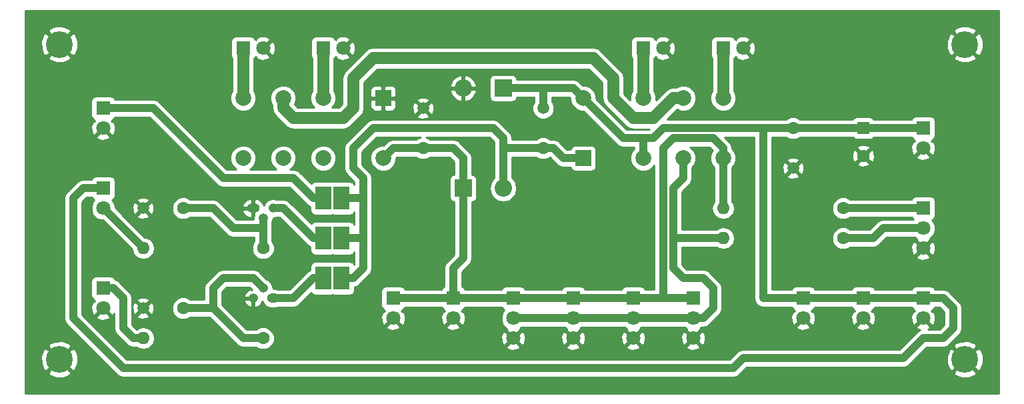
<source format=gbr>
G04 #@! TF.FileFunction,Copper,L2,Bot,Signal*
%FSLAX46Y46*%
G04 Gerber Fmt 4.6, Leading zero omitted, Abs format (unit mm)*
G04 Created by KiCad (PCBNEW 4.0.7) date 03/26/18 10:16:11*
%MOMM*%
%LPD*%
G01*
G04 APERTURE LIST*
%ADD10C,0.100000*%
%ADD11R,2.000000X2.000000*%
%ADD12C,2.000000*%
%ADD13C,1.600000*%
%ADD14C,1.500000*%
%ADD15R,1.600000X1.600000*%
%ADD16R,2.200000X2.200000*%
%ADD17O,2.200000X2.200000*%
%ADD18C,3.400000*%
%ADD19R,1.800000X1.800000*%
%ADD20C,1.800000*%
%ADD21O,1.600000X1.200000*%
%ADD22O,1.200000X1.200000*%
%ADD23O,1.600000X1.600000*%
%ADD24R,2.000000X3.000000*%
%ADD25C,1.000000*%
%ADD26C,1.500000*%
%ADD27C,0.254000*%
G04 APERTURE END LIST*
D10*
D11*
X96520000Y-44450000D03*
D12*
X96520000Y-36830000D03*
X104140000Y-44450000D03*
X104140000Y-36830000D03*
X109220000Y-44450000D03*
X109220000Y-36830000D03*
X114300000Y-36830000D03*
X114300000Y-44450000D03*
D13*
X45720000Y-50800000D03*
D14*
X40640000Y-50800000D03*
D13*
X45720000Y-63500000D03*
D14*
X40640000Y-63500000D03*
D15*
X132080000Y-40640000D03*
D13*
X132080000Y-44140000D03*
X123190000Y-40640000D03*
D14*
X123190000Y-45720000D03*
D13*
X76200000Y-43180000D03*
D14*
X76200000Y-38100000D03*
D13*
X91440000Y-43180000D03*
D14*
X91440000Y-38100000D03*
D16*
X81280000Y-48260000D03*
D17*
X81280000Y-35560000D03*
D16*
X86360000Y-35560000D03*
D17*
X86360000Y-48260000D03*
D18*
X145000000Y-70000000D03*
X30000000Y-30000000D03*
X30000000Y-70000000D03*
X145000000Y-30000000D03*
D19*
X35560000Y-48260000D03*
D20*
X35560000Y-50800000D03*
D19*
X35560000Y-60960000D03*
D20*
X35560000Y-63500000D03*
D19*
X139700000Y-40640000D03*
D20*
X139700000Y-43180000D03*
D19*
X35560000Y-38100000D03*
D20*
X35560000Y-40640000D03*
D19*
X63500000Y-30480000D03*
D20*
X66040000Y-30480000D03*
D19*
X110490000Y-62230000D03*
D20*
X110490000Y-64770000D03*
X110490000Y-67310000D03*
D19*
X102870000Y-62230000D03*
D20*
X102870000Y-64770000D03*
X102870000Y-67310000D03*
D19*
X95250000Y-62230000D03*
D20*
X95250000Y-64770000D03*
X95250000Y-67310000D03*
D19*
X87630000Y-62230000D03*
D20*
X87630000Y-64770000D03*
X87630000Y-67310000D03*
D19*
X53340000Y-30480000D03*
D20*
X55880000Y-30480000D03*
D19*
X114300000Y-30480000D03*
D20*
X116840000Y-30480000D03*
D19*
X139700000Y-62230000D03*
D20*
X139700000Y-64770000D03*
D19*
X132080000Y-62230000D03*
D20*
X132080000Y-64770000D03*
D19*
X124460000Y-62230000D03*
D20*
X124460000Y-64770000D03*
D19*
X80010000Y-62230000D03*
D20*
X80010000Y-64770000D03*
D19*
X72390000Y-62230000D03*
D20*
X72390000Y-64770000D03*
D19*
X104140000Y-30480000D03*
D20*
X106680000Y-30480000D03*
D19*
X139700000Y-50800000D03*
D20*
X139700000Y-53340000D03*
X139700000Y-55880000D03*
D11*
X71120000Y-36830000D03*
D12*
X71120000Y-44450000D03*
X63500000Y-36830000D03*
X63500000Y-44450000D03*
X58420000Y-36830000D03*
X58420000Y-44450000D03*
X53340000Y-44450000D03*
X53340000Y-36830000D03*
D21*
X54610000Y-50800000D03*
D22*
X55880000Y-52070000D03*
X57150000Y-50800000D03*
D21*
X57150000Y-62230000D03*
D22*
X55880000Y-60960000D03*
X54610000Y-62230000D03*
D13*
X55880000Y-55880000D03*
D23*
X40640000Y-55880000D03*
D13*
X55880000Y-67310000D03*
D23*
X40640000Y-67310000D03*
D13*
X129540000Y-50800000D03*
D23*
X114300000Y-50800000D03*
D13*
X129540000Y-54610000D03*
D23*
X114300000Y-54610000D03*
D24*
X63500000Y-49530000D03*
X65849500Y-49530000D03*
X63500000Y-54610000D03*
X65849500Y-54610000D03*
X63500000Y-59690000D03*
X65849500Y-59690000D03*
D25*
X45720000Y-50800000D02*
X49530000Y-50800000D01*
X52070000Y-53340000D02*
X55880000Y-53340000D01*
X49530000Y-50800000D02*
X52070000Y-53340000D01*
X55880000Y-52070000D02*
X55880000Y-53340000D01*
X55880000Y-53340000D02*
X55880000Y-55880000D01*
X49530000Y-63500000D02*
X53340000Y-67310000D01*
X53340000Y-67310000D02*
X55880000Y-67310000D01*
X49530000Y-63500000D02*
X49530000Y-60960000D01*
X54610000Y-59690000D02*
X55880000Y-60960000D01*
X50800000Y-59690000D02*
X54610000Y-59690000D01*
X49530000Y-60960000D02*
X50800000Y-59690000D01*
X45720000Y-63500000D02*
X49530000Y-63500000D01*
X31750000Y-64770000D02*
X31750000Y-49530000D01*
X142240000Y-62230000D02*
X143510000Y-63500000D01*
X143510000Y-63500000D02*
X143510000Y-66040000D01*
X143510000Y-66040000D02*
X142240000Y-67310000D01*
X142240000Y-67310000D02*
X139700000Y-67310000D01*
X139700000Y-67310000D02*
X137160000Y-69850000D01*
X137160000Y-69850000D02*
X116840000Y-69850000D01*
X116840000Y-69850000D02*
X115570000Y-71120000D01*
X115570000Y-71120000D02*
X38100000Y-71120000D01*
X38100000Y-71120000D02*
X31750000Y-64770000D01*
X139700000Y-62230000D02*
X142240000Y-62230000D01*
X33020000Y-48260000D02*
X35560000Y-48260000D01*
X31750000Y-49530000D02*
X33020000Y-48260000D01*
X132080000Y-62230000D02*
X139700000Y-62230000D01*
X124460000Y-62230000D02*
X132080000Y-62230000D01*
X119380000Y-40640000D02*
X119380000Y-62230000D01*
X119380000Y-62230000D02*
X124460000Y-62230000D01*
X123190000Y-40640000D02*
X119380000Y-40640000D01*
X119380000Y-40640000D02*
X106680000Y-40640000D01*
X105410000Y-41910000D02*
X104140000Y-41910000D01*
X105410000Y-41910000D02*
X106680000Y-40640000D01*
X96520000Y-36830000D02*
X101600000Y-41910000D01*
X101600000Y-41910000D02*
X104140000Y-41910000D01*
X104140000Y-41910000D02*
X104140000Y-44450000D01*
X132080000Y-40640000D02*
X123190000Y-40640000D01*
X139700000Y-40640000D02*
X132080000Y-40640000D01*
X91440000Y-38100000D02*
X91440000Y-35560000D01*
X86360000Y-35560000D02*
X91440000Y-35560000D01*
X91440000Y-35560000D02*
X95250000Y-35560000D01*
X95250000Y-35560000D02*
X96520000Y-36830000D01*
X81280000Y-48260000D02*
X81280000Y-57150000D01*
X80010000Y-58420000D02*
X80010000Y-62230000D01*
X81280000Y-57150000D02*
X80010000Y-58420000D01*
X76200000Y-43180000D02*
X80010000Y-43180000D01*
X81280000Y-44450000D02*
X81280000Y-48260000D01*
X80010000Y-43180000D02*
X81280000Y-44450000D01*
X114300000Y-44450000D02*
X114300000Y-43180000D01*
X106680000Y-43180000D02*
X106680000Y-62230000D01*
X107950000Y-41910000D02*
X106680000Y-43180000D01*
X113030000Y-41910000D02*
X107950000Y-41910000D01*
X114300000Y-43180000D02*
X113030000Y-41910000D01*
X102870000Y-62230000D02*
X106680000Y-62230000D01*
X106680000Y-62230000D02*
X110490000Y-62230000D01*
X95250000Y-62230000D02*
X102870000Y-62230000D01*
X87630000Y-62230000D02*
X95250000Y-62230000D01*
X80010000Y-62230000D02*
X87630000Y-62230000D01*
X72390000Y-62230000D02*
X80010000Y-62230000D01*
X114300000Y-44450000D02*
X114300000Y-50800000D01*
X71120000Y-44450000D02*
X72390000Y-43180000D01*
X72390000Y-43180000D02*
X76200000Y-43180000D01*
X65849500Y-49530000D02*
X68580000Y-49530000D01*
X65849500Y-54610000D02*
X68580000Y-54610000D01*
X68580000Y-46990000D02*
X68580000Y-49530000D01*
X68580000Y-49530000D02*
X68580000Y-54610000D01*
X68580000Y-54610000D02*
X68580000Y-58420000D01*
X86360000Y-43180000D02*
X86360000Y-41910000D01*
X85090000Y-40640000D02*
X86360000Y-41910000D01*
X69850000Y-40640000D02*
X85090000Y-40640000D01*
X67310000Y-43180000D02*
X69850000Y-40640000D01*
X67310000Y-45720000D02*
X67310000Y-43180000D01*
X68580000Y-46990000D02*
X67310000Y-45720000D01*
X67310000Y-59690000D02*
X65849500Y-59690000D01*
X68580000Y-58420000D02*
X67310000Y-59690000D01*
X91440000Y-43180000D02*
X86360000Y-43180000D01*
X86360000Y-43180000D02*
X86360000Y-48260000D01*
X91440000Y-43180000D02*
X92710000Y-43180000D01*
X93980000Y-44450000D02*
X96520000Y-44450000D01*
X92710000Y-43180000D02*
X93980000Y-44450000D01*
X35560000Y-60960000D02*
X36830000Y-60960000D01*
X39370000Y-67310000D02*
X40640000Y-67310000D01*
X38100000Y-66040000D02*
X39370000Y-67310000D01*
X38100000Y-62230000D02*
X38100000Y-66040000D01*
X36830000Y-60960000D02*
X38100000Y-62230000D01*
X35560000Y-38100000D02*
X41910000Y-38100000D01*
X62230000Y-49530000D02*
X63500000Y-49530000D01*
X59690000Y-46990000D02*
X62230000Y-49530000D01*
X50800000Y-46990000D02*
X59690000Y-46990000D01*
X41910000Y-38100000D02*
X50800000Y-46990000D01*
D26*
X63500000Y-30480000D02*
X63500000Y-36830000D01*
D25*
X114300000Y-54610000D02*
X107950000Y-54610000D01*
X110490000Y-64770000D02*
X111760000Y-64770000D01*
X109220000Y-46990000D02*
X109220000Y-44450000D01*
X107950000Y-48260000D02*
X109220000Y-46990000D01*
X107950000Y-58420000D02*
X107950000Y-54610000D01*
X107950000Y-54610000D02*
X107950000Y-48260000D01*
X109220000Y-59690000D02*
X107950000Y-58420000D01*
X111760000Y-59690000D02*
X109220000Y-59690000D01*
X113030000Y-60960000D02*
X111760000Y-59690000D01*
X113030000Y-63500000D02*
X113030000Y-60960000D01*
X111760000Y-64770000D02*
X113030000Y-63500000D01*
X102870000Y-64770000D02*
X110490000Y-64770000D01*
X95250000Y-64770000D02*
X102870000Y-64770000D01*
X87630000Y-64770000D02*
X95250000Y-64770000D01*
D26*
X53340000Y-30480000D02*
X53340000Y-36830000D01*
X114300000Y-30480000D02*
X114300000Y-36830000D01*
X104140000Y-30480000D02*
X104140000Y-36830000D01*
D25*
X129540000Y-50800000D02*
X139700000Y-50800000D01*
X129540000Y-54610000D02*
X133350000Y-54610000D01*
X134620000Y-53340000D02*
X139700000Y-53340000D01*
X133350000Y-54610000D02*
X134620000Y-53340000D01*
D26*
X102870000Y-39370000D02*
X105410000Y-39370000D01*
X58420000Y-38100000D02*
X59690000Y-39370000D01*
X59690000Y-39370000D02*
X66040000Y-39370000D01*
X66040000Y-39370000D02*
X67310000Y-38100000D01*
X67310000Y-38100000D02*
X67310000Y-34290000D01*
X67310000Y-34290000D02*
X69850000Y-31750000D01*
X69850000Y-31750000D02*
X97790000Y-31750000D01*
X97790000Y-31750000D02*
X100330000Y-34290000D01*
X100330000Y-34290000D02*
X100330000Y-36830000D01*
X100330000Y-36830000D02*
X102870000Y-39370000D01*
X58420000Y-36830000D02*
X58420000Y-38100000D01*
X107950000Y-36830000D02*
X109220000Y-36830000D01*
X105410000Y-39370000D02*
X107950000Y-36830000D01*
D25*
X57150000Y-50800000D02*
X58420000Y-50800000D01*
X62230000Y-54610000D02*
X63500000Y-54610000D01*
X58420000Y-50800000D02*
X62230000Y-54610000D01*
X35560000Y-50800000D02*
X40640000Y-55880000D01*
X57150000Y-62230000D02*
X59690000Y-62230000D01*
X62230000Y-59690000D02*
X63500000Y-59690000D01*
X59690000Y-62230000D02*
X62230000Y-59690000D01*
D27*
G36*
X149315000Y-74315000D02*
X25685000Y-74315000D01*
X25685000Y-71658422D01*
X28521183Y-71658422D01*
X28705371Y-71997970D01*
X29568509Y-72341316D01*
X30497336Y-72328218D01*
X31294629Y-71997970D01*
X31478817Y-71658422D01*
X30000000Y-70179605D01*
X28521183Y-71658422D01*
X25685000Y-71658422D01*
X25685000Y-69568509D01*
X27658684Y-69568509D01*
X27671782Y-70497336D01*
X28002030Y-71294629D01*
X28341578Y-71478817D01*
X29820395Y-70000000D01*
X30179605Y-70000000D01*
X31658422Y-71478817D01*
X31997970Y-71294629D01*
X32341316Y-70431491D01*
X32328218Y-69502664D01*
X31997970Y-68705371D01*
X31658422Y-68521183D01*
X30179605Y-70000000D01*
X29820395Y-70000000D01*
X28341578Y-68521183D01*
X28002030Y-68705371D01*
X27658684Y-69568509D01*
X25685000Y-69568509D01*
X25685000Y-68341578D01*
X28521183Y-68341578D01*
X30000000Y-69820395D01*
X31478817Y-68341578D01*
X31294629Y-68002030D01*
X30431491Y-67658684D01*
X29502664Y-67671782D01*
X28705371Y-68002030D01*
X28521183Y-68341578D01*
X25685000Y-68341578D01*
X25685000Y-49530000D01*
X30615000Y-49530000D01*
X30615000Y-64770000D01*
X30701397Y-65204346D01*
X30723506Y-65237434D01*
X30947434Y-65572566D01*
X37297434Y-71922566D01*
X37665654Y-72168603D01*
X38100000Y-72255000D01*
X115570000Y-72255000D01*
X116004346Y-72168603D01*
X116372566Y-71922566D01*
X116636710Y-71658422D01*
X143521183Y-71658422D01*
X143705371Y-71997970D01*
X144568509Y-72341316D01*
X145497336Y-72328218D01*
X146294629Y-71997970D01*
X146478817Y-71658422D01*
X145000000Y-70179605D01*
X143521183Y-71658422D01*
X116636710Y-71658422D01*
X117310132Y-70985000D01*
X137160000Y-70985000D01*
X137594346Y-70898603D01*
X137962566Y-70652566D01*
X139046623Y-69568509D01*
X142658684Y-69568509D01*
X142671782Y-70497336D01*
X143002030Y-71294629D01*
X143341578Y-71478817D01*
X144820395Y-70000000D01*
X145179605Y-70000000D01*
X146658422Y-71478817D01*
X146997970Y-71294629D01*
X147341316Y-70431491D01*
X147328218Y-69502664D01*
X146997970Y-68705371D01*
X146658422Y-68521183D01*
X145179605Y-70000000D01*
X144820395Y-70000000D01*
X143341578Y-68521183D01*
X143002030Y-68705371D01*
X142658684Y-69568509D01*
X139046623Y-69568509D01*
X140170133Y-68445000D01*
X142240000Y-68445000D01*
X142674346Y-68358603D01*
X142699825Y-68341578D01*
X143521183Y-68341578D01*
X145000000Y-69820395D01*
X146478817Y-68341578D01*
X146294629Y-68002030D01*
X145431491Y-67658684D01*
X144502664Y-67671782D01*
X143705371Y-68002030D01*
X143521183Y-68341578D01*
X142699825Y-68341578D01*
X143042566Y-68112566D01*
X144312566Y-66842566D01*
X144558603Y-66474346D01*
X144645000Y-66040000D01*
X144645000Y-63500000D01*
X144558603Y-63065654D01*
X144312566Y-62697434D01*
X143042566Y-61427434D01*
X142993045Y-61394345D01*
X142674346Y-61181397D01*
X142240000Y-61095000D01*
X141203222Y-61095000D01*
X141203162Y-61094683D01*
X141064090Y-60878559D01*
X140851890Y-60733569D01*
X140600000Y-60682560D01*
X138800000Y-60682560D01*
X138564683Y-60726838D01*
X138348559Y-60865910D01*
X138203569Y-61078110D01*
X138200149Y-61095000D01*
X133583222Y-61095000D01*
X133583162Y-61094683D01*
X133444090Y-60878559D01*
X133231890Y-60733569D01*
X132980000Y-60682560D01*
X131180000Y-60682560D01*
X130944683Y-60726838D01*
X130728559Y-60865910D01*
X130583569Y-61078110D01*
X130580149Y-61095000D01*
X125963222Y-61095000D01*
X125963162Y-61094683D01*
X125824090Y-60878559D01*
X125611890Y-60733569D01*
X125360000Y-60682560D01*
X123560000Y-60682560D01*
X123324683Y-60726838D01*
X123108559Y-60865910D01*
X122963569Y-61078110D01*
X122960149Y-61095000D01*
X120515000Y-61095000D01*
X120515000Y-56960159D01*
X138799446Y-56960159D01*
X138885852Y-57216643D01*
X139459336Y-57426458D01*
X140069460Y-57400839D01*
X140514148Y-57216643D01*
X140600554Y-56960159D01*
X139700000Y-56059605D01*
X138799446Y-56960159D01*
X120515000Y-56960159D01*
X120515000Y-51084187D01*
X128104752Y-51084187D01*
X128322757Y-51611800D01*
X128726077Y-52015824D01*
X129253309Y-52234750D01*
X129824187Y-52235248D01*
X130351800Y-52017243D01*
X130434187Y-51935000D01*
X138196778Y-51935000D01*
X138196838Y-51935317D01*
X138335910Y-52151441D01*
X138414296Y-52205000D01*
X134620000Y-52205000D01*
X134185654Y-52291397D01*
X133817435Y-52537433D01*
X132879868Y-53475000D01*
X130434606Y-53475000D01*
X130353923Y-53394176D01*
X129826691Y-53175250D01*
X129255813Y-53174752D01*
X128728200Y-53392757D01*
X128324176Y-53796077D01*
X128105250Y-54323309D01*
X128104752Y-54894187D01*
X128322757Y-55421800D01*
X128726077Y-55825824D01*
X129253309Y-56044750D01*
X129824187Y-56045248D01*
X130351800Y-55827243D01*
X130434187Y-55745000D01*
X133350000Y-55745000D01*
X133784346Y-55658603D01*
X133813181Y-55639336D01*
X138153542Y-55639336D01*
X138179161Y-56249460D01*
X138363357Y-56694148D01*
X138619841Y-56780554D01*
X139520395Y-55880000D01*
X139879605Y-55880000D01*
X140780159Y-56780554D01*
X141036643Y-56694148D01*
X141246458Y-56120664D01*
X141220839Y-55510540D01*
X141036643Y-55065852D01*
X140780159Y-54979446D01*
X139879605Y-55880000D01*
X139520395Y-55880000D01*
X138619841Y-54979446D01*
X138363357Y-55065852D01*
X138153542Y-55639336D01*
X133813181Y-55639336D01*
X134152566Y-55412566D01*
X135090132Y-54475000D01*
X138664095Y-54475000D01*
X138829357Y-54640551D01*
X138850194Y-54649203D01*
X138799446Y-54799841D01*
X139700000Y-55700395D01*
X140600554Y-54799841D01*
X140549965Y-54649673D01*
X140568371Y-54642068D01*
X141000551Y-54210643D01*
X141234733Y-53646670D01*
X141235265Y-53036009D01*
X141002068Y-52471629D01*
X140834120Y-52303387D01*
X140835317Y-52303162D01*
X141051441Y-52164090D01*
X141196431Y-51951890D01*
X141247440Y-51700000D01*
X141247440Y-49900000D01*
X141203162Y-49664683D01*
X141064090Y-49448559D01*
X140851890Y-49303569D01*
X140600000Y-49252560D01*
X138800000Y-49252560D01*
X138564683Y-49296838D01*
X138348559Y-49435910D01*
X138203569Y-49648110D01*
X138200149Y-49665000D01*
X130434606Y-49665000D01*
X130353923Y-49584176D01*
X129826691Y-49365250D01*
X129255813Y-49364752D01*
X128728200Y-49582757D01*
X128324176Y-49986077D01*
X128105250Y-50513309D01*
X128104752Y-51084187D01*
X120515000Y-51084187D01*
X120515000Y-46691517D01*
X122398088Y-46691517D01*
X122466077Y-46932460D01*
X122985171Y-47117201D01*
X123535448Y-47089230D01*
X123913923Y-46932460D01*
X123981912Y-46691517D01*
X123190000Y-45899605D01*
X122398088Y-46691517D01*
X120515000Y-46691517D01*
X120515000Y-45515171D01*
X121792799Y-45515171D01*
X121820770Y-46065448D01*
X121977540Y-46443923D01*
X122218483Y-46511912D01*
X123010395Y-45720000D01*
X123369605Y-45720000D01*
X124161517Y-46511912D01*
X124402460Y-46443923D01*
X124587201Y-45924829D01*
X124559230Y-45374552D01*
X124465284Y-45147745D01*
X131251861Y-45147745D01*
X131325995Y-45393864D01*
X131863223Y-45586965D01*
X132433454Y-45559778D01*
X132834005Y-45393864D01*
X132908139Y-45147745D01*
X132080000Y-44319605D01*
X131251861Y-45147745D01*
X124465284Y-45147745D01*
X124402460Y-44996077D01*
X124161517Y-44928088D01*
X123369605Y-45720000D01*
X123010395Y-45720000D01*
X122218483Y-44928088D01*
X121977540Y-44996077D01*
X121792799Y-45515171D01*
X120515000Y-45515171D01*
X120515000Y-44748483D01*
X122398088Y-44748483D01*
X123190000Y-45540395D01*
X123981912Y-44748483D01*
X123913923Y-44507540D01*
X123394829Y-44322799D01*
X122844552Y-44350770D01*
X122466077Y-44507540D01*
X122398088Y-44748483D01*
X120515000Y-44748483D01*
X120515000Y-43923223D01*
X130633035Y-43923223D01*
X130660222Y-44493454D01*
X130826136Y-44894005D01*
X131072255Y-44968139D01*
X131900395Y-44140000D01*
X132259605Y-44140000D01*
X133087745Y-44968139D01*
X133333864Y-44894005D01*
X133526965Y-44356777D01*
X133522359Y-44260159D01*
X138799446Y-44260159D01*
X138885852Y-44516643D01*
X139459336Y-44726458D01*
X140069460Y-44700839D01*
X140514148Y-44516643D01*
X140600554Y-44260159D01*
X139700000Y-43359605D01*
X138799446Y-44260159D01*
X133522359Y-44260159D01*
X133499778Y-43786546D01*
X133333864Y-43385995D01*
X133087745Y-43311861D01*
X132259605Y-44140000D01*
X131900395Y-44140000D01*
X131072255Y-43311861D01*
X130826136Y-43385995D01*
X130633035Y-43923223D01*
X120515000Y-43923223D01*
X120515000Y-43132255D01*
X131251861Y-43132255D01*
X132080000Y-43960395D01*
X132908139Y-43132255D01*
X132834005Y-42886136D01*
X132296777Y-42693035D01*
X131726546Y-42720222D01*
X131325995Y-42886136D01*
X131251861Y-43132255D01*
X120515000Y-43132255D01*
X120515000Y-41775000D01*
X122295394Y-41775000D01*
X122376077Y-41855824D01*
X122903309Y-42074750D01*
X123474187Y-42075248D01*
X124001800Y-41857243D01*
X124084187Y-41775000D01*
X130740982Y-41775000D01*
X130815910Y-41891441D01*
X131028110Y-42036431D01*
X131280000Y-42087440D01*
X132880000Y-42087440D01*
X133115317Y-42043162D01*
X133331441Y-41904090D01*
X133419644Y-41775000D01*
X138196778Y-41775000D01*
X138196838Y-41775317D01*
X138335910Y-41991441D01*
X138539574Y-42130598D01*
X138505282Y-42164890D01*
X138619839Y-42279447D01*
X138363357Y-42365852D01*
X138153542Y-42939336D01*
X138179161Y-43549460D01*
X138363357Y-43994148D01*
X138619841Y-44080554D01*
X139520395Y-43180000D01*
X139506253Y-43165858D01*
X139685858Y-42986253D01*
X139700000Y-43000395D01*
X139714143Y-42986253D01*
X139893748Y-43165858D01*
X139879605Y-43180000D01*
X140780159Y-44080554D01*
X141036643Y-43994148D01*
X141246458Y-43420664D01*
X141220839Y-42810540D01*
X141036643Y-42365852D01*
X140780161Y-42279447D01*
X140894718Y-42164890D01*
X140858240Y-42128412D01*
X141051441Y-42004090D01*
X141196431Y-41791890D01*
X141247440Y-41540000D01*
X141247440Y-39740000D01*
X141203162Y-39504683D01*
X141064090Y-39288559D01*
X140851890Y-39143569D01*
X140600000Y-39092560D01*
X138800000Y-39092560D01*
X138564683Y-39136838D01*
X138348559Y-39275910D01*
X138203569Y-39488110D01*
X138200149Y-39505000D01*
X133419018Y-39505000D01*
X133344090Y-39388559D01*
X133131890Y-39243569D01*
X132880000Y-39192560D01*
X131280000Y-39192560D01*
X131044683Y-39236838D01*
X130828559Y-39375910D01*
X130740356Y-39505000D01*
X124084606Y-39505000D01*
X124003923Y-39424176D01*
X123476691Y-39205250D01*
X122905813Y-39204752D01*
X122378200Y-39422757D01*
X122295813Y-39505000D01*
X107233686Y-39505000D01*
X108455699Y-38282987D01*
X108893352Y-38464716D01*
X109543795Y-38465284D01*
X110144943Y-38216894D01*
X110605278Y-37757363D01*
X110854716Y-37156648D01*
X110854718Y-37153795D01*
X112664716Y-37153795D01*
X112913106Y-37754943D01*
X113372637Y-38215278D01*
X113973352Y-38464716D01*
X114623795Y-38465284D01*
X115224943Y-38216894D01*
X115685278Y-37757363D01*
X115934716Y-37156648D01*
X115935284Y-36506205D01*
X115686894Y-35905057D01*
X115685000Y-35903160D01*
X115685000Y-31794975D01*
X115790598Y-31640426D01*
X115824890Y-31674718D01*
X115939447Y-31560161D01*
X116025852Y-31816643D01*
X116599336Y-32026458D01*
X117209460Y-32000839D01*
X117654148Y-31816643D01*
X117707450Y-31658422D01*
X143521183Y-31658422D01*
X143705371Y-31997970D01*
X144568509Y-32341316D01*
X145497336Y-32328218D01*
X146294629Y-31997970D01*
X146478817Y-31658422D01*
X145000000Y-30179605D01*
X143521183Y-31658422D01*
X117707450Y-31658422D01*
X117740554Y-31560159D01*
X116840000Y-30659605D01*
X116825858Y-30673748D01*
X116646253Y-30494143D01*
X116660395Y-30480000D01*
X117019605Y-30480000D01*
X117920159Y-31380554D01*
X118176643Y-31294148D01*
X118386458Y-30720664D01*
X118360839Y-30110540D01*
X118176643Y-29665852D01*
X117920159Y-29579446D01*
X117019605Y-30480000D01*
X116660395Y-30480000D01*
X116646253Y-30465858D01*
X116825858Y-30286253D01*
X116840000Y-30300395D01*
X117571886Y-29568509D01*
X142658684Y-29568509D01*
X142671782Y-30497336D01*
X143002030Y-31294629D01*
X143341578Y-31478817D01*
X144820395Y-30000000D01*
X145179605Y-30000000D01*
X146658422Y-31478817D01*
X146997970Y-31294629D01*
X147341316Y-30431491D01*
X147328218Y-29502664D01*
X146997970Y-28705371D01*
X146658422Y-28521183D01*
X145179605Y-30000000D01*
X144820395Y-30000000D01*
X143341578Y-28521183D01*
X143002030Y-28705371D01*
X142658684Y-29568509D01*
X117571886Y-29568509D01*
X117740554Y-29399841D01*
X117654148Y-29143357D01*
X117080664Y-28933542D01*
X116470540Y-28959161D01*
X116025852Y-29143357D01*
X115939447Y-29399839D01*
X115824890Y-29285282D01*
X115788412Y-29321760D01*
X115664090Y-29128559D01*
X115451890Y-28983569D01*
X115200000Y-28932560D01*
X113400000Y-28932560D01*
X113164683Y-28976838D01*
X112948559Y-29115910D01*
X112803569Y-29328110D01*
X112752560Y-29580000D01*
X112752560Y-31380000D01*
X112796838Y-31615317D01*
X112915000Y-31798946D01*
X112915000Y-35902359D01*
X112914722Y-35902637D01*
X112665284Y-36503352D01*
X112664716Y-37153795D01*
X110854718Y-37153795D01*
X110855284Y-36506205D01*
X110606894Y-35905057D01*
X110147363Y-35444722D01*
X109546648Y-35195284D01*
X108896205Y-35194716D01*
X108295057Y-35443106D01*
X108293160Y-35445000D01*
X107950000Y-35445000D01*
X107419983Y-35550427D01*
X107190609Y-35703690D01*
X106970657Y-35850657D01*
X105774812Y-37046502D01*
X105775284Y-36506205D01*
X105526894Y-35905057D01*
X105525000Y-35903160D01*
X105525000Y-31794975D01*
X105630598Y-31640426D01*
X105664890Y-31674718D01*
X105779447Y-31560161D01*
X105865852Y-31816643D01*
X106439336Y-32026458D01*
X107049460Y-32000839D01*
X107494148Y-31816643D01*
X107580554Y-31560159D01*
X106680000Y-30659605D01*
X106665858Y-30673748D01*
X106486253Y-30494143D01*
X106500395Y-30480000D01*
X106859605Y-30480000D01*
X107760159Y-31380554D01*
X108016643Y-31294148D01*
X108226458Y-30720664D01*
X108200839Y-30110540D01*
X108016643Y-29665852D01*
X107760159Y-29579446D01*
X106859605Y-30480000D01*
X106500395Y-30480000D01*
X106486253Y-30465858D01*
X106665858Y-30286253D01*
X106680000Y-30300395D01*
X107580554Y-29399841D01*
X107494148Y-29143357D01*
X106920664Y-28933542D01*
X106310540Y-28959161D01*
X105865852Y-29143357D01*
X105779447Y-29399839D01*
X105664890Y-29285282D01*
X105628412Y-29321760D01*
X105504090Y-29128559D01*
X105291890Y-28983569D01*
X105040000Y-28932560D01*
X103240000Y-28932560D01*
X103004683Y-28976838D01*
X102788559Y-29115910D01*
X102643569Y-29328110D01*
X102592560Y-29580000D01*
X102592560Y-31380000D01*
X102636838Y-31615317D01*
X102755000Y-31798946D01*
X102755000Y-35902359D01*
X102754722Y-35902637D01*
X102505284Y-36503352D01*
X102504810Y-37046124D01*
X101715000Y-36256314D01*
X101715000Y-34290000D01*
X101609573Y-33759983D01*
X101309343Y-33310657D01*
X98769343Y-30770657D01*
X98603142Y-30659605D01*
X98320017Y-30470427D01*
X97790000Y-30365000D01*
X69850000Y-30365000D01*
X69319983Y-30470427D01*
X69036858Y-30659605D01*
X68870657Y-30770657D01*
X66330657Y-33310657D01*
X66030427Y-33759983D01*
X65925000Y-34290000D01*
X65925000Y-37526314D01*
X65466314Y-37985000D01*
X64657243Y-37985000D01*
X64885278Y-37757363D01*
X65134716Y-37156648D01*
X65135284Y-36506205D01*
X64886894Y-35905057D01*
X64885000Y-35903160D01*
X64885000Y-31794975D01*
X64990598Y-31640426D01*
X65024890Y-31674718D01*
X65139447Y-31560161D01*
X65225852Y-31816643D01*
X65799336Y-32026458D01*
X66409460Y-32000839D01*
X66854148Y-31816643D01*
X66940554Y-31560159D01*
X66040000Y-30659605D01*
X66025858Y-30673748D01*
X65846253Y-30494143D01*
X65860395Y-30480000D01*
X66219605Y-30480000D01*
X67120159Y-31380554D01*
X67376643Y-31294148D01*
X67586458Y-30720664D01*
X67560839Y-30110540D01*
X67376643Y-29665852D01*
X67120159Y-29579446D01*
X66219605Y-30480000D01*
X65860395Y-30480000D01*
X65846253Y-30465858D01*
X66025858Y-30286253D01*
X66040000Y-30300395D01*
X66940554Y-29399841D01*
X66854148Y-29143357D01*
X66280664Y-28933542D01*
X65670540Y-28959161D01*
X65225852Y-29143357D01*
X65139447Y-29399839D01*
X65024890Y-29285282D01*
X64988412Y-29321760D01*
X64864090Y-29128559D01*
X64651890Y-28983569D01*
X64400000Y-28932560D01*
X62600000Y-28932560D01*
X62364683Y-28976838D01*
X62148559Y-29115910D01*
X62003569Y-29328110D01*
X61952560Y-29580000D01*
X61952560Y-31380000D01*
X61996838Y-31615317D01*
X62115000Y-31798946D01*
X62115000Y-35902359D01*
X62114722Y-35902637D01*
X61865284Y-36503352D01*
X61864716Y-37153795D01*
X62113106Y-37754943D01*
X62342761Y-37985000D01*
X60263686Y-37985000D01*
X59872987Y-37594301D01*
X60054716Y-37156648D01*
X60055284Y-36506205D01*
X59806894Y-35905057D01*
X59347363Y-35444722D01*
X58746648Y-35195284D01*
X58096205Y-35194716D01*
X57495057Y-35443106D01*
X57034722Y-35902637D01*
X56785284Y-36503352D01*
X56784716Y-37153795D01*
X57033106Y-37754943D01*
X57035000Y-37756840D01*
X57035000Y-38100000D01*
X57140427Y-38630017D01*
X57387642Y-39000000D01*
X57440657Y-39079343D01*
X58710657Y-40349343D01*
X59159983Y-40649573D01*
X59690000Y-40755000D01*
X66040000Y-40755000D01*
X66570017Y-40649573D01*
X67019343Y-40349343D01*
X68289343Y-39079343D01*
X68294572Y-39071517D01*
X75408088Y-39071517D01*
X75476077Y-39312460D01*
X75995171Y-39497201D01*
X76545448Y-39469230D01*
X76923923Y-39312460D01*
X76991912Y-39071517D01*
X76200000Y-38279605D01*
X75408088Y-39071517D01*
X68294572Y-39071517D01*
X68342358Y-39000000D01*
X68589573Y-38630017D01*
X68695000Y-38100000D01*
X68695000Y-37115750D01*
X69485000Y-37115750D01*
X69485000Y-37956310D01*
X69581673Y-38189699D01*
X69760302Y-38368327D01*
X69993691Y-38465000D01*
X70834250Y-38465000D01*
X70993000Y-38306250D01*
X70993000Y-36957000D01*
X71247000Y-36957000D01*
X71247000Y-38306250D01*
X71405750Y-38465000D01*
X72246309Y-38465000D01*
X72479698Y-38368327D01*
X72658327Y-38189699D01*
X72755000Y-37956310D01*
X72755000Y-37895171D01*
X74802799Y-37895171D01*
X74830770Y-38445448D01*
X74987540Y-38823923D01*
X75228483Y-38891912D01*
X76020395Y-38100000D01*
X76379605Y-38100000D01*
X77171517Y-38891912D01*
X77412460Y-38823923D01*
X77597201Y-38304829D01*
X77569230Y-37754552D01*
X77412460Y-37376077D01*
X77171517Y-37308088D01*
X76379605Y-38100000D01*
X76020395Y-38100000D01*
X75228483Y-37308088D01*
X74987540Y-37376077D01*
X74802799Y-37895171D01*
X72755000Y-37895171D01*
X72755000Y-37128483D01*
X75408088Y-37128483D01*
X76200000Y-37920395D01*
X76991912Y-37128483D01*
X76923923Y-36887540D01*
X76404829Y-36702799D01*
X75854552Y-36730770D01*
X75476077Y-36887540D01*
X75408088Y-37128483D01*
X72755000Y-37128483D01*
X72755000Y-37115750D01*
X72596250Y-36957000D01*
X71247000Y-36957000D01*
X70993000Y-36957000D01*
X69643750Y-36957000D01*
X69485000Y-37115750D01*
X68695000Y-37115750D01*
X68695000Y-35703690D01*
X69485000Y-35703690D01*
X69485000Y-36544250D01*
X69643750Y-36703000D01*
X70993000Y-36703000D01*
X70993000Y-35353750D01*
X71247000Y-35353750D01*
X71247000Y-36703000D01*
X72596250Y-36703000D01*
X72755000Y-36544250D01*
X72755000Y-35956123D01*
X79590817Y-35956123D01*
X79870988Y-36572392D01*
X80365668Y-37034534D01*
X80883878Y-37249175D01*
X81153000Y-37131125D01*
X81153000Y-35687000D01*
X81407000Y-35687000D01*
X81407000Y-37131125D01*
X81676122Y-37249175D01*
X82194332Y-37034534D01*
X82689012Y-36572392D01*
X82969183Y-35956123D01*
X82851604Y-35687000D01*
X81407000Y-35687000D01*
X81153000Y-35687000D01*
X79708396Y-35687000D01*
X79590817Y-35956123D01*
X72755000Y-35956123D01*
X72755000Y-35703690D01*
X72658327Y-35470301D01*
X72479698Y-35291673D01*
X72246309Y-35195000D01*
X71405750Y-35195000D01*
X71247000Y-35353750D01*
X70993000Y-35353750D01*
X70834250Y-35195000D01*
X69993691Y-35195000D01*
X69760302Y-35291673D01*
X69581673Y-35470301D01*
X69485000Y-35703690D01*
X68695000Y-35703690D01*
X68695000Y-35163877D01*
X79590817Y-35163877D01*
X79708396Y-35433000D01*
X81153000Y-35433000D01*
X81153000Y-33988875D01*
X81407000Y-33988875D01*
X81407000Y-35433000D01*
X82851604Y-35433000D01*
X82969183Y-35163877D01*
X82689012Y-34547608D01*
X82194332Y-34085466D01*
X81676122Y-33870825D01*
X81407000Y-33988875D01*
X81153000Y-33988875D01*
X80883878Y-33870825D01*
X80365668Y-34085466D01*
X79870988Y-34547608D01*
X79590817Y-35163877D01*
X68695000Y-35163877D01*
X68695000Y-34863686D01*
X70423686Y-33135000D01*
X97216314Y-33135000D01*
X98945000Y-34863686D01*
X98945000Y-36830000D01*
X99050427Y-37360017D01*
X99254647Y-37665654D01*
X99350657Y-37809343D01*
X101890657Y-40349343D01*
X102339983Y-40649573D01*
X102870000Y-40755000D01*
X104959868Y-40755000D01*
X104939868Y-40775000D01*
X102070132Y-40775000D01*
X98154975Y-36859843D01*
X98155284Y-36506205D01*
X97906894Y-35905057D01*
X97447363Y-35444722D01*
X96846648Y-35195284D01*
X96490105Y-35194973D01*
X96052566Y-34757434D01*
X95684346Y-34511397D01*
X95250000Y-34425000D01*
X88100854Y-34425000D01*
X88063162Y-34224683D01*
X87924090Y-34008559D01*
X87711890Y-33863569D01*
X87460000Y-33812560D01*
X85260000Y-33812560D01*
X85024683Y-33856838D01*
X84808559Y-33995910D01*
X84663569Y-34208110D01*
X84612560Y-34460000D01*
X84612560Y-36660000D01*
X84656838Y-36895317D01*
X84795910Y-37111441D01*
X85008110Y-37256431D01*
X85260000Y-37307440D01*
X87460000Y-37307440D01*
X87695317Y-37263162D01*
X87911441Y-37124090D01*
X88056431Y-36911890D01*
X88100352Y-36695000D01*
X90305000Y-36695000D01*
X90305000Y-37276042D01*
X90266539Y-37314436D01*
X90055241Y-37823298D01*
X90054760Y-38374285D01*
X90265169Y-38883515D01*
X90654436Y-39273461D01*
X91163298Y-39484759D01*
X91714285Y-39485240D01*
X92223515Y-39274831D01*
X92613461Y-38885564D01*
X92824759Y-38376702D01*
X92825240Y-37825715D01*
X92614831Y-37316485D01*
X92575000Y-37276585D01*
X92575000Y-36695000D01*
X94779868Y-36695000D01*
X94885025Y-36800157D01*
X94884716Y-37153795D01*
X95133106Y-37754943D01*
X95592637Y-38215278D01*
X96193352Y-38464716D01*
X96549895Y-38465027D01*
X100797434Y-42712566D01*
X101165654Y-42958603D01*
X101600000Y-43045000D01*
X103005000Y-43045000D01*
X103005000Y-43272796D01*
X102754722Y-43522637D01*
X102505284Y-44123352D01*
X102504716Y-44773795D01*
X102753106Y-45374943D01*
X103212637Y-45835278D01*
X103813352Y-46084716D01*
X104463795Y-46085284D01*
X105064943Y-45836894D01*
X105525278Y-45377363D01*
X105545000Y-45329867D01*
X105545000Y-61095000D01*
X104373222Y-61095000D01*
X104373162Y-61094683D01*
X104234090Y-60878559D01*
X104021890Y-60733569D01*
X103770000Y-60682560D01*
X101970000Y-60682560D01*
X101734683Y-60726838D01*
X101518559Y-60865910D01*
X101373569Y-61078110D01*
X101370149Y-61095000D01*
X96753222Y-61095000D01*
X96753162Y-61094683D01*
X96614090Y-60878559D01*
X96401890Y-60733569D01*
X96150000Y-60682560D01*
X94350000Y-60682560D01*
X94114683Y-60726838D01*
X93898559Y-60865910D01*
X93753569Y-61078110D01*
X93750149Y-61095000D01*
X89133222Y-61095000D01*
X89133162Y-61094683D01*
X88994090Y-60878559D01*
X88781890Y-60733569D01*
X88530000Y-60682560D01*
X86730000Y-60682560D01*
X86494683Y-60726838D01*
X86278559Y-60865910D01*
X86133569Y-61078110D01*
X86130149Y-61095000D01*
X81513222Y-61095000D01*
X81513162Y-61094683D01*
X81374090Y-60878559D01*
X81161890Y-60733569D01*
X81145000Y-60730149D01*
X81145000Y-58890132D01*
X82082566Y-57952566D01*
X82225561Y-57738559D01*
X82328603Y-57584346D01*
X82415000Y-57150000D01*
X82415000Y-50000854D01*
X82615317Y-49963162D01*
X82831441Y-49824090D01*
X82976431Y-49611890D01*
X83027440Y-49360000D01*
X83027440Y-47160000D01*
X82983162Y-46924683D01*
X82844090Y-46708559D01*
X82631890Y-46563569D01*
X82415000Y-46519648D01*
X82415000Y-44450000D01*
X82328603Y-44015654D01*
X82082566Y-43647434D01*
X80812566Y-42377434D01*
X80763045Y-42344345D01*
X80444346Y-42131397D01*
X80010000Y-42045000D01*
X77094606Y-42045000D01*
X77013923Y-41964176D01*
X76558337Y-41775000D01*
X84619868Y-41775000D01*
X85225000Y-42380132D01*
X85225000Y-46937820D01*
X85133170Y-46999179D01*
X84757069Y-47562053D01*
X84625000Y-48226009D01*
X84625000Y-48293991D01*
X84757069Y-48957947D01*
X85133170Y-49520821D01*
X85696044Y-49896922D01*
X86360000Y-50028991D01*
X87023956Y-49896922D01*
X87586830Y-49520821D01*
X87962931Y-48957947D01*
X88095000Y-48293991D01*
X88095000Y-48226009D01*
X87962931Y-47562053D01*
X87586830Y-46999179D01*
X87495000Y-46937820D01*
X87495000Y-44315000D01*
X90545394Y-44315000D01*
X90626077Y-44395824D01*
X91153309Y-44614750D01*
X91724187Y-44615248D01*
X92251800Y-44397243D01*
X92286986Y-44362118D01*
X93177434Y-45252566D01*
X93545654Y-45498603D01*
X93980000Y-45585000D01*
X94897962Y-45585000D01*
X94916838Y-45685317D01*
X95055910Y-45901441D01*
X95268110Y-46046431D01*
X95520000Y-46097440D01*
X97520000Y-46097440D01*
X97755317Y-46053162D01*
X97971441Y-45914090D01*
X98116431Y-45701890D01*
X98167440Y-45450000D01*
X98167440Y-43450000D01*
X98123162Y-43214683D01*
X97984090Y-42998559D01*
X97771890Y-42853569D01*
X97520000Y-42802560D01*
X95520000Y-42802560D01*
X95284683Y-42846838D01*
X95068559Y-42985910D01*
X94923569Y-43198110D01*
X94899898Y-43315000D01*
X94450132Y-43315000D01*
X93512566Y-42377434D01*
X93463045Y-42344345D01*
X93144346Y-42131397D01*
X92710000Y-42045000D01*
X92334606Y-42045000D01*
X92253923Y-41964176D01*
X91726691Y-41745250D01*
X91155813Y-41744752D01*
X90628200Y-41962757D01*
X90545813Y-42045000D01*
X87495000Y-42045000D01*
X87495000Y-41910000D01*
X87408603Y-41475654D01*
X87162566Y-41107434D01*
X85892566Y-39837434D01*
X85875232Y-39825852D01*
X85524346Y-39591397D01*
X85090000Y-39505000D01*
X69850000Y-39505000D01*
X69432179Y-39588110D01*
X69415654Y-39591397D01*
X69047433Y-39837434D01*
X66507434Y-42377434D01*
X66261397Y-42745654D01*
X66175000Y-43180000D01*
X66175000Y-45720000D01*
X66261397Y-46154346D01*
X66486348Y-46491009D01*
X66507434Y-46522566D01*
X67445000Y-47460132D01*
X67445000Y-47782776D01*
X67313590Y-47578559D01*
X67101390Y-47433569D01*
X66849500Y-47382560D01*
X64849500Y-47382560D01*
X64668335Y-47416649D01*
X64500000Y-47382560D01*
X62500000Y-47382560D01*
X62264683Y-47426838D01*
X62048559Y-47565910D01*
X61976502Y-47671369D01*
X60492566Y-46187434D01*
X60443045Y-46154345D01*
X60124346Y-45941397D01*
X59690000Y-45855000D01*
X59301123Y-45855000D01*
X59344943Y-45836894D01*
X59805278Y-45377363D01*
X60054716Y-44776648D01*
X60054718Y-44773795D01*
X61864716Y-44773795D01*
X62113106Y-45374943D01*
X62572637Y-45835278D01*
X63173352Y-46084716D01*
X63823795Y-46085284D01*
X64424943Y-45836894D01*
X64885278Y-45377363D01*
X65134716Y-44776648D01*
X65135284Y-44126205D01*
X64886894Y-43525057D01*
X64427363Y-43064722D01*
X63826648Y-42815284D01*
X63176205Y-42814716D01*
X62575057Y-43063106D01*
X62114722Y-43522637D01*
X61865284Y-44123352D01*
X61864716Y-44773795D01*
X60054718Y-44773795D01*
X60055284Y-44126205D01*
X59806894Y-43525057D01*
X59347363Y-43064722D01*
X58746648Y-42815284D01*
X58096205Y-42814716D01*
X57495057Y-43063106D01*
X57034722Y-43522637D01*
X56785284Y-44123352D01*
X56784716Y-44773795D01*
X57033106Y-45374943D01*
X57492637Y-45835278D01*
X57540133Y-45855000D01*
X54221123Y-45855000D01*
X54264943Y-45836894D01*
X54725278Y-45377363D01*
X54974716Y-44776648D01*
X54975284Y-44126205D01*
X54726894Y-43525057D01*
X54267363Y-43064722D01*
X53666648Y-42815284D01*
X53016205Y-42814716D01*
X52415057Y-43063106D01*
X51954722Y-43522637D01*
X51705284Y-44123352D01*
X51704716Y-44773795D01*
X51953106Y-45374943D01*
X52412637Y-45835278D01*
X52460133Y-45855000D01*
X51270133Y-45855000D01*
X42712566Y-37297434D01*
X42640341Y-37249175D01*
X42497596Y-37153795D01*
X51704716Y-37153795D01*
X51953106Y-37754943D01*
X52412637Y-38215278D01*
X53013352Y-38464716D01*
X53663795Y-38465284D01*
X54264943Y-38216894D01*
X54725278Y-37757363D01*
X54974716Y-37156648D01*
X54975284Y-36506205D01*
X54726894Y-35905057D01*
X54725000Y-35903160D01*
X54725000Y-31794975D01*
X54830598Y-31640426D01*
X54864890Y-31674718D01*
X54979447Y-31560161D01*
X55065852Y-31816643D01*
X55639336Y-32026458D01*
X56249460Y-32000839D01*
X56694148Y-31816643D01*
X56780554Y-31560159D01*
X55880000Y-30659605D01*
X55865858Y-30673748D01*
X55686253Y-30494143D01*
X55700395Y-30480000D01*
X56059605Y-30480000D01*
X56960159Y-31380554D01*
X57216643Y-31294148D01*
X57426458Y-30720664D01*
X57400839Y-30110540D01*
X57216643Y-29665852D01*
X56960159Y-29579446D01*
X56059605Y-30480000D01*
X55700395Y-30480000D01*
X55686253Y-30465858D01*
X55865858Y-30286253D01*
X55880000Y-30300395D01*
X56780554Y-29399841D01*
X56694148Y-29143357D01*
X56120664Y-28933542D01*
X55510540Y-28959161D01*
X55065852Y-29143357D01*
X54979447Y-29399839D01*
X54864890Y-29285282D01*
X54828412Y-29321760D01*
X54704090Y-29128559D01*
X54491890Y-28983569D01*
X54240000Y-28932560D01*
X52440000Y-28932560D01*
X52204683Y-28976838D01*
X51988559Y-29115910D01*
X51843569Y-29328110D01*
X51792560Y-29580000D01*
X51792560Y-31380000D01*
X51836838Y-31615317D01*
X51955000Y-31798946D01*
X51955000Y-35902359D01*
X51954722Y-35902637D01*
X51705284Y-36503352D01*
X51704716Y-37153795D01*
X42497596Y-37153795D01*
X42344346Y-37051397D01*
X41910000Y-36965000D01*
X37063222Y-36965000D01*
X37063162Y-36964683D01*
X36924090Y-36748559D01*
X36711890Y-36603569D01*
X36460000Y-36552560D01*
X34660000Y-36552560D01*
X34424683Y-36596838D01*
X34208559Y-36735910D01*
X34063569Y-36948110D01*
X34012560Y-37200000D01*
X34012560Y-39000000D01*
X34056838Y-39235317D01*
X34195910Y-39451441D01*
X34399574Y-39590598D01*
X34365282Y-39624890D01*
X34479839Y-39739447D01*
X34223357Y-39825852D01*
X34013542Y-40399336D01*
X34039161Y-41009460D01*
X34223357Y-41454148D01*
X34479841Y-41540554D01*
X35380395Y-40640000D01*
X35366253Y-40625858D01*
X35545858Y-40446253D01*
X35560000Y-40460395D01*
X35574143Y-40446253D01*
X35753748Y-40625858D01*
X35739605Y-40640000D01*
X36640159Y-41540554D01*
X36896643Y-41454148D01*
X37106458Y-40880664D01*
X37080839Y-40270540D01*
X36896643Y-39825852D01*
X36640161Y-39739447D01*
X36754718Y-39624890D01*
X36718240Y-39588412D01*
X36911441Y-39464090D01*
X37056431Y-39251890D01*
X37059851Y-39235000D01*
X41439868Y-39235000D01*
X49997434Y-47792567D01*
X50365655Y-48038604D01*
X50800000Y-48125000D01*
X59219868Y-48125000D01*
X61427433Y-50332566D01*
X61701682Y-50515813D01*
X61795654Y-50578603D01*
X61852560Y-50589922D01*
X61852560Y-51030000D01*
X61896838Y-51265317D01*
X62035910Y-51481441D01*
X62248110Y-51626431D01*
X62500000Y-51677440D01*
X64500000Y-51677440D01*
X64681165Y-51643351D01*
X64849500Y-51677440D01*
X66849500Y-51677440D01*
X67084817Y-51633162D01*
X67300941Y-51494090D01*
X67445000Y-51283253D01*
X67445000Y-52862776D01*
X67313590Y-52658559D01*
X67101390Y-52513569D01*
X66849500Y-52462560D01*
X64849500Y-52462560D01*
X64668335Y-52496649D01*
X64500000Y-52462560D01*
X62500000Y-52462560D01*
X62264683Y-52506838D01*
X62048559Y-52645910D01*
X61976502Y-52751370D01*
X59222566Y-49997434D01*
X59124082Y-49931629D01*
X58854346Y-49751397D01*
X58420000Y-49665000D01*
X57655775Y-49665000D01*
X57646809Y-49659009D01*
X57174195Y-49565000D01*
X57125805Y-49565000D01*
X56653191Y-49659009D01*
X56252528Y-49926723D01*
X55984814Y-50327386D01*
X55971946Y-50392075D01*
X55769255Y-50012828D01*
X55394998Y-49705657D01*
X54931681Y-49565090D01*
X54737000Y-49720009D01*
X54737000Y-50673000D01*
X54757000Y-50673000D01*
X54757000Y-50927000D01*
X54737000Y-50927000D01*
X54737000Y-51564182D01*
X54714814Y-51597386D01*
X54620805Y-52070000D01*
X54647658Y-52205000D01*
X52540133Y-52205000D01*
X51452742Y-51117609D01*
X53216538Y-51117609D01*
X53222526Y-51160161D01*
X53450745Y-51587172D01*
X53825002Y-51894343D01*
X54288319Y-52034910D01*
X54483000Y-51879991D01*
X54483000Y-50927000D01*
X53341269Y-50927000D01*
X53216538Y-51117609D01*
X51452742Y-51117609D01*
X50817524Y-50482391D01*
X53216538Y-50482391D01*
X53341269Y-50673000D01*
X54483000Y-50673000D01*
X54483000Y-49720009D01*
X54288319Y-49565090D01*
X53825002Y-49705657D01*
X53450745Y-50012828D01*
X53222526Y-50439839D01*
X53216538Y-50482391D01*
X50817524Y-50482391D01*
X50332566Y-49997434D01*
X50234082Y-49931629D01*
X49964346Y-49751397D01*
X49530000Y-49665000D01*
X46614606Y-49665000D01*
X46533923Y-49584176D01*
X46006691Y-49365250D01*
X45435813Y-49364752D01*
X44908200Y-49582757D01*
X44504176Y-49986077D01*
X44285250Y-50513309D01*
X44284752Y-51084187D01*
X44502757Y-51611800D01*
X44906077Y-52015824D01*
X45433309Y-52234750D01*
X46004187Y-52235248D01*
X46531800Y-52017243D01*
X46614187Y-51935000D01*
X49059868Y-51935000D01*
X51267433Y-54142566D01*
X51541682Y-54325813D01*
X51635654Y-54388603D01*
X52070000Y-54475000D01*
X54745000Y-54475000D01*
X54745000Y-54985394D01*
X54664176Y-55066077D01*
X54445250Y-55593309D01*
X54444752Y-56164187D01*
X54662757Y-56691800D01*
X55066077Y-57095824D01*
X55593309Y-57314750D01*
X56164187Y-57315248D01*
X56691800Y-57097243D01*
X57095824Y-56693923D01*
X57314750Y-56166691D01*
X57315248Y-55595813D01*
X57097243Y-55068200D01*
X57015000Y-54985813D01*
X57015000Y-52587791D01*
X57045186Y-52542614D01*
X57139195Y-52070000D01*
X57132233Y-52035000D01*
X57174195Y-52035000D01*
X57646809Y-51940991D01*
X57655775Y-51935000D01*
X57949868Y-51935000D01*
X61427434Y-55412566D01*
X61795655Y-55658604D01*
X61852560Y-55669923D01*
X61852560Y-56110000D01*
X61896838Y-56345317D01*
X62035910Y-56561441D01*
X62248110Y-56706431D01*
X62500000Y-56757440D01*
X64500000Y-56757440D01*
X64681165Y-56723351D01*
X64849500Y-56757440D01*
X66849500Y-56757440D01*
X67084817Y-56713162D01*
X67300941Y-56574090D01*
X67445000Y-56363253D01*
X67445000Y-57942776D01*
X67313590Y-57738559D01*
X67101390Y-57593569D01*
X66849500Y-57542560D01*
X64849500Y-57542560D01*
X64668335Y-57576649D01*
X64500000Y-57542560D01*
X62500000Y-57542560D01*
X62264683Y-57586838D01*
X62048559Y-57725910D01*
X61903569Y-57938110D01*
X61852560Y-58190000D01*
X61852560Y-58630078D01*
X61795654Y-58641397D01*
X61427433Y-58887434D01*
X59219868Y-61095000D01*
X57859693Y-61095000D01*
X57850727Y-61089009D01*
X57378113Y-60995000D01*
X57132233Y-60995000D01*
X57139195Y-60960000D01*
X57045186Y-60487386D01*
X56777472Y-60086723D01*
X56376809Y-59819009D01*
X56336029Y-59810897D01*
X55412566Y-58887434D01*
X55363045Y-58854345D01*
X55044346Y-58641397D01*
X54610000Y-58555000D01*
X50800000Y-58555000D01*
X50365654Y-58641397D01*
X50046955Y-58854345D01*
X49997434Y-58887434D01*
X48727434Y-60157434D01*
X48481397Y-60525654D01*
X48395000Y-60960000D01*
X48395000Y-62365000D01*
X46614606Y-62365000D01*
X46533923Y-62284176D01*
X46006691Y-62065250D01*
X45435813Y-62064752D01*
X44908200Y-62282757D01*
X44504176Y-62686077D01*
X44285250Y-63213309D01*
X44284752Y-63784187D01*
X44502757Y-64311800D01*
X44906077Y-64715824D01*
X45433309Y-64934750D01*
X46004187Y-64935248D01*
X46531800Y-64717243D01*
X46614187Y-64635000D01*
X49059868Y-64635000D01*
X52537434Y-68112566D01*
X52905655Y-68358604D01*
X53340000Y-68445000D01*
X54985394Y-68445000D01*
X55066077Y-68525824D01*
X55593309Y-68744750D01*
X56164187Y-68745248D01*
X56691800Y-68527243D01*
X56829123Y-68390159D01*
X86729446Y-68390159D01*
X86815852Y-68646643D01*
X87389336Y-68856458D01*
X87999460Y-68830839D01*
X88444148Y-68646643D01*
X88530554Y-68390159D01*
X94349446Y-68390159D01*
X94435852Y-68646643D01*
X95009336Y-68856458D01*
X95619460Y-68830839D01*
X96064148Y-68646643D01*
X96150554Y-68390159D01*
X101969446Y-68390159D01*
X102055852Y-68646643D01*
X102629336Y-68856458D01*
X103239460Y-68830839D01*
X103684148Y-68646643D01*
X103770554Y-68390159D01*
X109589446Y-68390159D01*
X109675852Y-68646643D01*
X110249336Y-68856458D01*
X110859460Y-68830839D01*
X111304148Y-68646643D01*
X111390554Y-68390159D01*
X110490000Y-67489605D01*
X109589446Y-68390159D01*
X103770554Y-68390159D01*
X102870000Y-67489605D01*
X101969446Y-68390159D01*
X96150554Y-68390159D01*
X95250000Y-67489605D01*
X94349446Y-68390159D01*
X88530554Y-68390159D01*
X87630000Y-67489605D01*
X86729446Y-68390159D01*
X56829123Y-68390159D01*
X57095824Y-68123923D01*
X57314750Y-67596691D01*
X57315210Y-67069336D01*
X86083542Y-67069336D01*
X86109161Y-67679460D01*
X86293357Y-68124148D01*
X86549841Y-68210554D01*
X87450395Y-67310000D01*
X87809605Y-67310000D01*
X88710159Y-68210554D01*
X88966643Y-68124148D01*
X89176458Y-67550664D01*
X89156248Y-67069336D01*
X93703542Y-67069336D01*
X93729161Y-67679460D01*
X93913357Y-68124148D01*
X94169841Y-68210554D01*
X95070395Y-67310000D01*
X95429605Y-67310000D01*
X96330159Y-68210554D01*
X96586643Y-68124148D01*
X96796458Y-67550664D01*
X96776248Y-67069336D01*
X101323542Y-67069336D01*
X101349161Y-67679460D01*
X101533357Y-68124148D01*
X101789841Y-68210554D01*
X102690395Y-67310000D01*
X103049605Y-67310000D01*
X103950159Y-68210554D01*
X104206643Y-68124148D01*
X104416458Y-67550664D01*
X104396248Y-67069336D01*
X108943542Y-67069336D01*
X108969161Y-67679460D01*
X109153357Y-68124148D01*
X109409841Y-68210554D01*
X110310395Y-67310000D01*
X110669605Y-67310000D01*
X111570159Y-68210554D01*
X111826643Y-68124148D01*
X112036458Y-67550664D01*
X112010839Y-66940540D01*
X111826643Y-66495852D01*
X111570159Y-66409446D01*
X110669605Y-67310000D01*
X110310395Y-67310000D01*
X109409841Y-66409446D01*
X109153357Y-66495852D01*
X108943542Y-67069336D01*
X104396248Y-67069336D01*
X104390839Y-66940540D01*
X104206643Y-66495852D01*
X103950159Y-66409446D01*
X103049605Y-67310000D01*
X102690395Y-67310000D01*
X101789841Y-66409446D01*
X101533357Y-66495852D01*
X101323542Y-67069336D01*
X96776248Y-67069336D01*
X96770839Y-66940540D01*
X96586643Y-66495852D01*
X96330159Y-66409446D01*
X95429605Y-67310000D01*
X95070395Y-67310000D01*
X94169841Y-66409446D01*
X93913357Y-66495852D01*
X93703542Y-67069336D01*
X89156248Y-67069336D01*
X89150839Y-66940540D01*
X88966643Y-66495852D01*
X88710159Y-66409446D01*
X87809605Y-67310000D01*
X87450395Y-67310000D01*
X86549841Y-66409446D01*
X86293357Y-66495852D01*
X86083542Y-67069336D01*
X57315210Y-67069336D01*
X57315248Y-67025813D01*
X57097243Y-66498200D01*
X56693923Y-66094176D01*
X56166691Y-65875250D01*
X55595813Y-65874752D01*
X55068200Y-66092757D01*
X54985813Y-66175000D01*
X53810132Y-66175000D01*
X53485291Y-65850159D01*
X71489446Y-65850159D01*
X71575852Y-66106643D01*
X72149336Y-66316458D01*
X72759460Y-66290839D01*
X73204148Y-66106643D01*
X73290554Y-65850159D01*
X79109446Y-65850159D01*
X79195852Y-66106643D01*
X79769336Y-66316458D01*
X80379460Y-66290839D01*
X80824148Y-66106643D01*
X80910554Y-65850159D01*
X80010000Y-64949605D01*
X79109446Y-65850159D01*
X73290554Y-65850159D01*
X72390000Y-64949605D01*
X71489446Y-65850159D01*
X53485291Y-65850159D01*
X50665000Y-63029868D01*
X50665000Y-62547609D01*
X53416538Y-62547609D01*
X53541503Y-62849327D01*
X53859844Y-63211080D01*
X54292389Y-63423472D01*
X54483000Y-63299714D01*
X54483000Y-62357000D01*
X53541269Y-62357000D01*
X53416538Y-62547609D01*
X50665000Y-62547609D01*
X50665000Y-61430132D01*
X51270132Y-60825000D01*
X54139868Y-60825000D01*
X54460630Y-61145762D01*
X54292389Y-61036528D01*
X53859844Y-61248920D01*
X53541503Y-61610673D01*
X53416538Y-61912391D01*
X53541269Y-62103000D01*
X54483000Y-62103000D01*
X54483000Y-62083000D01*
X54737000Y-62083000D01*
X54737000Y-62103000D01*
X54757000Y-62103000D01*
X54757000Y-62357000D01*
X54737000Y-62357000D01*
X54737000Y-63299714D01*
X54927611Y-63423472D01*
X55360156Y-63211080D01*
X55678497Y-62849327D01*
X55767388Y-62634706D01*
X55780896Y-62702614D01*
X56048610Y-63103277D01*
X56449273Y-63370991D01*
X56921887Y-63465000D01*
X57378113Y-63465000D01*
X57850727Y-63370991D01*
X57859693Y-63365000D01*
X59690000Y-63365000D01*
X60124346Y-63278603D01*
X60492566Y-63032566D01*
X61976311Y-61548822D01*
X62035910Y-61641441D01*
X62248110Y-61786431D01*
X62500000Y-61837440D01*
X64500000Y-61837440D01*
X64681165Y-61803351D01*
X64849500Y-61837440D01*
X66849500Y-61837440D01*
X67084817Y-61793162D01*
X67300941Y-61654090D01*
X67445931Y-61441890D01*
X67496940Y-61190000D01*
X67496940Y-60787815D01*
X67744346Y-60738603D01*
X68112566Y-60492566D01*
X69382566Y-59222566D01*
X69606494Y-58887434D01*
X69628603Y-58854346D01*
X69715000Y-58420000D01*
X69715000Y-46990000D01*
X69628603Y-46555654D01*
X69382566Y-46187434D01*
X68445000Y-45249868D01*
X68445000Y-43650132D01*
X70320133Y-41775000D01*
X75842607Y-41775000D01*
X75388200Y-41962757D01*
X75305813Y-42045000D01*
X72390000Y-42045000D01*
X71955654Y-42131397D01*
X71636955Y-42344345D01*
X71587434Y-42377434D01*
X71149843Y-42815025D01*
X70796205Y-42814716D01*
X70195057Y-43063106D01*
X69734722Y-43522637D01*
X69485284Y-44123352D01*
X69484716Y-44773795D01*
X69733106Y-45374943D01*
X70192637Y-45835278D01*
X70793352Y-46084716D01*
X71443795Y-46085284D01*
X72044943Y-45836894D01*
X72505278Y-45377363D01*
X72754716Y-44776648D01*
X72755027Y-44420105D01*
X72860132Y-44315000D01*
X75305394Y-44315000D01*
X75386077Y-44395824D01*
X75913309Y-44614750D01*
X76484187Y-44615248D01*
X77011800Y-44397243D01*
X77094187Y-44315000D01*
X79539868Y-44315000D01*
X80145000Y-44920132D01*
X80145000Y-46519146D01*
X79944683Y-46556838D01*
X79728559Y-46695910D01*
X79583569Y-46908110D01*
X79532560Y-47160000D01*
X79532560Y-49360000D01*
X79576838Y-49595317D01*
X79715910Y-49811441D01*
X79928110Y-49956431D01*
X80145000Y-50000352D01*
X80145000Y-56679868D01*
X79207434Y-57617434D01*
X78961397Y-57985654D01*
X78875000Y-58420000D01*
X78875000Y-60726778D01*
X78874683Y-60726838D01*
X78658559Y-60865910D01*
X78513569Y-61078110D01*
X78510149Y-61095000D01*
X73893222Y-61095000D01*
X73893162Y-61094683D01*
X73754090Y-60878559D01*
X73541890Y-60733569D01*
X73290000Y-60682560D01*
X71490000Y-60682560D01*
X71254683Y-60726838D01*
X71038559Y-60865910D01*
X70893569Y-61078110D01*
X70842560Y-61330000D01*
X70842560Y-63130000D01*
X70886838Y-63365317D01*
X71025910Y-63581441D01*
X71229574Y-63720598D01*
X71195282Y-63754890D01*
X71309839Y-63869447D01*
X71053357Y-63955852D01*
X70843542Y-64529336D01*
X70869161Y-65139460D01*
X71053357Y-65584148D01*
X71309841Y-65670554D01*
X72210395Y-64770000D01*
X72196253Y-64755858D01*
X72375858Y-64576253D01*
X72390000Y-64590395D01*
X72404143Y-64576253D01*
X72583748Y-64755858D01*
X72569605Y-64770000D01*
X73470159Y-65670554D01*
X73726643Y-65584148D01*
X73936458Y-65010664D01*
X73910839Y-64400540D01*
X73726643Y-63955852D01*
X73470161Y-63869447D01*
X73584718Y-63754890D01*
X73548240Y-63718412D01*
X73741441Y-63594090D01*
X73886431Y-63381890D01*
X73889851Y-63365000D01*
X78506778Y-63365000D01*
X78506838Y-63365317D01*
X78645910Y-63581441D01*
X78849574Y-63720598D01*
X78815282Y-63754890D01*
X78929839Y-63869447D01*
X78673357Y-63955852D01*
X78463542Y-64529336D01*
X78489161Y-65139460D01*
X78673357Y-65584148D01*
X78929841Y-65670554D01*
X79830395Y-64770000D01*
X79816253Y-64755858D01*
X79995858Y-64576253D01*
X80010000Y-64590395D01*
X80024143Y-64576253D01*
X80203748Y-64755858D01*
X80189605Y-64770000D01*
X81090159Y-65670554D01*
X81346643Y-65584148D01*
X81556458Y-65010664D01*
X81530839Y-64400540D01*
X81346643Y-63955852D01*
X81090161Y-63869447D01*
X81204718Y-63754890D01*
X81168240Y-63718412D01*
X81361441Y-63594090D01*
X81506431Y-63381890D01*
X81509851Y-63365000D01*
X86126778Y-63365000D01*
X86126838Y-63365317D01*
X86265910Y-63581441D01*
X86478110Y-63726431D01*
X86498534Y-63730567D01*
X86329449Y-63899357D01*
X86095267Y-64463330D01*
X86094735Y-65073991D01*
X86327932Y-65638371D01*
X86759357Y-66070551D01*
X86780194Y-66079203D01*
X86729446Y-66229841D01*
X87630000Y-67130395D01*
X88530554Y-66229841D01*
X88479965Y-66079673D01*
X88498371Y-66072068D01*
X88665731Y-65905000D01*
X94214095Y-65905000D01*
X94379357Y-66070551D01*
X94400194Y-66079203D01*
X94349446Y-66229841D01*
X95250000Y-67130395D01*
X96150554Y-66229841D01*
X96099965Y-66079673D01*
X96118371Y-66072068D01*
X96285731Y-65905000D01*
X101834095Y-65905000D01*
X101999357Y-66070551D01*
X102020194Y-66079203D01*
X101969446Y-66229841D01*
X102870000Y-67130395D01*
X103770554Y-66229841D01*
X103719965Y-66079673D01*
X103738371Y-66072068D01*
X103905731Y-65905000D01*
X109454095Y-65905000D01*
X109619357Y-66070551D01*
X109640194Y-66079203D01*
X109589446Y-66229841D01*
X110490000Y-67130395D01*
X111390554Y-66229841D01*
X111339965Y-66079673D01*
X111358371Y-66072068D01*
X111525731Y-65905000D01*
X111760000Y-65905000D01*
X112035703Y-65850159D01*
X123559446Y-65850159D01*
X123645852Y-66106643D01*
X124219336Y-66316458D01*
X124829460Y-66290839D01*
X125274148Y-66106643D01*
X125360554Y-65850159D01*
X131179446Y-65850159D01*
X131265852Y-66106643D01*
X131839336Y-66316458D01*
X132449460Y-66290839D01*
X132894148Y-66106643D01*
X132980554Y-65850159D01*
X132080000Y-64949605D01*
X131179446Y-65850159D01*
X125360554Y-65850159D01*
X124460000Y-64949605D01*
X123559446Y-65850159D01*
X112035703Y-65850159D01*
X112194346Y-65818603D01*
X112562566Y-65572566D01*
X113832566Y-64302566D01*
X113839685Y-64291912D01*
X114078603Y-63934346D01*
X114165000Y-63500000D01*
X114165000Y-60960000D01*
X114078603Y-60525654D01*
X113832566Y-60157434D01*
X112562566Y-58887434D01*
X112513045Y-58854345D01*
X112194346Y-58641397D01*
X111760000Y-58555000D01*
X109690132Y-58555000D01*
X109085000Y-57949868D01*
X109085000Y-55745000D01*
X113437233Y-55745000D01*
X113722736Y-55935767D01*
X114271887Y-56045000D01*
X114328113Y-56045000D01*
X114877264Y-55935767D01*
X115342811Y-55624698D01*
X115653880Y-55159151D01*
X115763113Y-54610000D01*
X115653880Y-54060849D01*
X115342811Y-53595302D01*
X114877264Y-53284233D01*
X114328113Y-53175000D01*
X114271887Y-53175000D01*
X113722736Y-53284233D01*
X113437233Y-53475000D01*
X109085000Y-53475000D01*
X109085000Y-48730132D01*
X110022566Y-47792566D01*
X110165561Y-47578559D01*
X110268603Y-47424346D01*
X110355000Y-46990000D01*
X110355000Y-45627204D01*
X110605278Y-45377363D01*
X110854716Y-44776648D01*
X110855284Y-44126205D01*
X110606894Y-43525057D01*
X110147363Y-43064722D01*
X110099867Y-43045000D01*
X112559868Y-43045000D01*
X112976167Y-43461299D01*
X112914722Y-43522637D01*
X112665284Y-44123352D01*
X112664716Y-44773795D01*
X112913106Y-45374943D01*
X113165000Y-45627278D01*
X113165000Y-49923272D01*
X112946120Y-50250849D01*
X112836887Y-50800000D01*
X112946120Y-51349151D01*
X113257189Y-51814698D01*
X113722736Y-52125767D01*
X114271887Y-52235000D01*
X114328113Y-52235000D01*
X114877264Y-52125767D01*
X115342811Y-51814698D01*
X115653880Y-51349151D01*
X115763113Y-50800000D01*
X115653880Y-50250849D01*
X115435000Y-49923272D01*
X115435000Y-45627204D01*
X115685278Y-45377363D01*
X115934716Y-44776648D01*
X115935284Y-44126205D01*
X115686894Y-43525057D01*
X115435000Y-43272722D01*
X115435000Y-43180000D01*
X115348603Y-42745654D01*
X115102566Y-42377434D01*
X114500132Y-41775000D01*
X118245000Y-41775000D01*
X118245000Y-62230000D01*
X118331397Y-62664346D01*
X118577434Y-63032566D01*
X118945654Y-63278603D01*
X119380000Y-63365000D01*
X122956778Y-63365000D01*
X122956838Y-63365317D01*
X123095910Y-63581441D01*
X123299574Y-63720598D01*
X123265282Y-63754890D01*
X123379839Y-63869447D01*
X123123357Y-63955852D01*
X122913542Y-64529336D01*
X122939161Y-65139460D01*
X123123357Y-65584148D01*
X123379841Y-65670554D01*
X124280395Y-64770000D01*
X124266253Y-64755858D01*
X124445858Y-64576253D01*
X124460000Y-64590395D01*
X124474143Y-64576253D01*
X124653748Y-64755858D01*
X124639605Y-64770000D01*
X125540159Y-65670554D01*
X125796643Y-65584148D01*
X126006458Y-65010664D01*
X125980839Y-64400540D01*
X125796643Y-63955852D01*
X125540161Y-63869447D01*
X125654718Y-63754890D01*
X125618240Y-63718412D01*
X125811441Y-63594090D01*
X125956431Y-63381890D01*
X125959851Y-63365000D01*
X130576778Y-63365000D01*
X130576838Y-63365317D01*
X130715910Y-63581441D01*
X130919574Y-63720598D01*
X130885282Y-63754890D01*
X130999839Y-63869447D01*
X130743357Y-63955852D01*
X130533542Y-64529336D01*
X130559161Y-65139460D01*
X130743357Y-65584148D01*
X130999841Y-65670554D01*
X131900395Y-64770000D01*
X131886253Y-64755858D01*
X132065858Y-64576253D01*
X132080000Y-64590395D01*
X132094143Y-64576253D01*
X132273748Y-64755858D01*
X132259605Y-64770000D01*
X133160159Y-65670554D01*
X133416643Y-65584148D01*
X133626458Y-65010664D01*
X133600839Y-64400540D01*
X133416643Y-63955852D01*
X133160161Y-63869447D01*
X133274718Y-63754890D01*
X133238240Y-63718412D01*
X133431441Y-63594090D01*
X133576431Y-63381890D01*
X133579851Y-63365000D01*
X138196778Y-63365000D01*
X138196838Y-63365317D01*
X138335910Y-63581441D01*
X138539574Y-63720598D01*
X138505282Y-63754890D01*
X138619839Y-63869447D01*
X138363357Y-63955852D01*
X138153542Y-64529336D01*
X138179161Y-65139460D01*
X138363357Y-65584148D01*
X138619841Y-65670554D01*
X139520395Y-64770000D01*
X139506253Y-64755858D01*
X139685858Y-64576253D01*
X139700000Y-64590395D01*
X139714143Y-64576253D01*
X139893748Y-64755858D01*
X139879605Y-64770000D01*
X140780159Y-65670554D01*
X141036643Y-65584148D01*
X141246458Y-65010664D01*
X141220839Y-64400540D01*
X141036643Y-63955852D01*
X140780161Y-63869447D01*
X140894718Y-63754890D01*
X140858240Y-63718412D01*
X141051441Y-63594090D01*
X141196431Y-63381890D01*
X141199851Y-63365000D01*
X141769868Y-63365000D01*
X142375000Y-63970132D01*
X142375000Y-65569868D01*
X141769868Y-66175000D01*
X140349120Y-66175000D01*
X140514148Y-66106643D01*
X140600554Y-65850159D01*
X139700000Y-64949605D01*
X138799446Y-65850159D01*
X138885852Y-66106643D01*
X139293629Y-66255832D01*
X139265654Y-66261397D01*
X138897433Y-66507434D01*
X136689868Y-68715000D01*
X116840000Y-68715000D01*
X116405654Y-68801397D01*
X116037434Y-69047434D01*
X115099868Y-69985000D01*
X38570132Y-69985000D01*
X33165291Y-64580159D01*
X34659446Y-64580159D01*
X34745852Y-64836643D01*
X35319336Y-65046458D01*
X35929460Y-65020839D01*
X36374148Y-64836643D01*
X36460554Y-64580159D01*
X35560000Y-63679605D01*
X34659446Y-64580159D01*
X33165291Y-64580159D01*
X32885000Y-64299868D01*
X32885000Y-60060000D01*
X34012560Y-60060000D01*
X34012560Y-61860000D01*
X34056838Y-62095317D01*
X34195910Y-62311441D01*
X34399574Y-62450598D01*
X34365282Y-62484890D01*
X34479839Y-62599447D01*
X34223357Y-62685852D01*
X34013542Y-63259336D01*
X34039161Y-63869460D01*
X34223357Y-64314148D01*
X34479841Y-64400554D01*
X35380395Y-63500000D01*
X35366253Y-63485858D01*
X35545858Y-63306253D01*
X35560000Y-63320395D01*
X35574143Y-63306253D01*
X35753748Y-63485858D01*
X35739605Y-63500000D01*
X36640159Y-64400554D01*
X36896643Y-64314148D01*
X36965000Y-64127309D01*
X36965000Y-66040000D01*
X37051397Y-66474346D01*
X37297434Y-66842566D01*
X38567434Y-68112566D01*
X38935654Y-68358603D01*
X39370000Y-68445000D01*
X39777233Y-68445000D01*
X40062736Y-68635767D01*
X40611887Y-68745000D01*
X40668113Y-68745000D01*
X41217264Y-68635767D01*
X41682811Y-68324698D01*
X41993880Y-67859151D01*
X42103113Y-67310000D01*
X41993880Y-66760849D01*
X41682811Y-66295302D01*
X41217264Y-65984233D01*
X40668113Y-65875000D01*
X40611887Y-65875000D01*
X40062736Y-65984233D01*
X39814938Y-66149806D01*
X39235000Y-65569868D01*
X39235000Y-64471517D01*
X39848088Y-64471517D01*
X39916077Y-64712460D01*
X40435171Y-64897201D01*
X40985448Y-64869230D01*
X41363923Y-64712460D01*
X41431912Y-64471517D01*
X40640000Y-63679605D01*
X39848088Y-64471517D01*
X39235000Y-64471517D01*
X39235000Y-63295171D01*
X39242799Y-63295171D01*
X39270770Y-63845448D01*
X39427540Y-64223923D01*
X39668483Y-64291912D01*
X40460395Y-63500000D01*
X40819605Y-63500000D01*
X41611517Y-64291912D01*
X41852460Y-64223923D01*
X42037201Y-63704829D01*
X42009230Y-63154552D01*
X41852460Y-62776077D01*
X41611517Y-62708088D01*
X40819605Y-63500000D01*
X40460395Y-63500000D01*
X39668483Y-62708088D01*
X39427540Y-62776077D01*
X39242799Y-63295171D01*
X39235000Y-63295171D01*
X39235000Y-62528483D01*
X39848088Y-62528483D01*
X40640000Y-63320395D01*
X41431912Y-62528483D01*
X41363923Y-62287540D01*
X40844829Y-62102799D01*
X40294552Y-62130770D01*
X39916077Y-62287540D01*
X39848088Y-62528483D01*
X39235000Y-62528483D01*
X39235000Y-62230000D01*
X39148603Y-61795654D01*
X38902566Y-61427434D01*
X37632566Y-60157434D01*
X37583045Y-60124345D01*
X37264346Y-59911397D01*
X37072290Y-59873195D01*
X37063162Y-59824683D01*
X36924090Y-59608559D01*
X36711890Y-59463569D01*
X36460000Y-59412560D01*
X34660000Y-59412560D01*
X34424683Y-59456838D01*
X34208559Y-59595910D01*
X34063569Y-59808110D01*
X34012560Y-60060000D01*
X32885000Y-60060000D01*
X32885000Y-50000132D01*
X33490132Y-49395000D01*
X34056778Y-49395000D01*
X34056838Y-49395317D01*
X34195910Y-49611441D01*
X34408110Y-49756431D01*
X34428534Y-49760567D01*
X34259449Y-49929357D01*
X34025267Y-50493330D01*
X34024735Y-51103991D01*
X34257932Y-51668371D01*
X34689357Y-52100551D01*
X35253330Y-52334733D01*
X35489807Y-52334939D01*
X39212151Y-56057283D01*
X39286120Y-56429151D01*
X39597189Y-56894698D01*
X40062736Y-57205767D01*
X40611887Y-57315000D01*
X40668113Y-57315000D01*
X41217264Y-57205767D01*
X41682811Y-56894698D01*
X41993880Y-56429151D01*
X42103113Y-55880000D01*
X41993880Y-55330849D01*
X41682811Y-54865302D01*
X41217264Y-54554233D01*
X40845396Y-54480264D01*
X38136649Y-51771517D01*
X39848088Y-51771517D01*
X39916077Y-52012460D01*
X40435171Y-52197201D01*
X40985448Y-52169230D01*
X41363923Y-52012460D01*
X41431912Y-51771517D01*
X40640000Y-50979605D01*
X39848088Y-51771517D01*
X38136649Y-51771517D01*
X37095061Y-50729929D01*
X37095178Y-50595171D01*
X39242799Y-50595171D01*
X39270770Y-51145448D01*
X39427540Y-51523923D01*
X39668483Y-51591912D01*
X40460395Y-50800000D01*
X40819605Y-50800000D01*
X41611517Y-51591912D01*
X41852460Y-51523923D01*
X42037201Y-51004829D01*
X42009230Y-50454552D01*
X41852460Y-50076077D01*
X41611517Y-50008088D01*
X40819605Y-50800000D01*
X40460395Y-50800000D01*
X39668483Y-50008088D01*
X39427540Y-50076077D01*
X39242799Y-50595171D01*
X37095178Y-50595171D01*
X37095265Y-50496009D01*
X36862068Y-49931629D01*
X36759103Y-49828483D01*
X39848088Y-49828483D01*
X40640000Y-50620395D01*
X41431912Y-49828483D01*
X41363923Y-49587540D01*
X40844829Y-49402799D01*
X40294552Y-49430770D01*
X39916077Y-49587540D01*
X39848088Y-49828483D01*
X36759103Y-49828483D01*
X36694120Y-49763387D01*
X36695317Y-49763162D01*
X36911441Y-49624090D01*
X37056431Y-49411890D01*
X37107440Y-49160000D01*
X37107440Y-47360000D01*
X37063162Y-47124683D01*
X36924090Y-46908559D01*
X36711890Y-46763569D01*
X36460000Y-46712560D01*
X34660000Y-46712560D01*
X34424683Y-46756838D01*
X34208559Y-46895910D01*
X34063569Y-47108110D01*
X34060149Y-47125000D01*
X33020000Y-47125000D01*
X32585654Y-47211397D01*
X32217434Y-47457434D01*
X30947434Y-48727434D01*
X30701397Y-49095654D01*
X30615000Y-49530000D01*
X25685000Y-49530000D01*
X25685000Y-41720159D01*
X34659446Y-41720159D01*
X34745852Y-41976643D01*
X35319336Y-42186458D01*
X35929460Y-42160839D01*
X36374148Y-41976643D01*
X36460554Y-41720159D01*
X35560000Y-40819605D01*
X34659446Y-41720159D01*
X25685000Y-41720159D01*
X25685000Y-31658422D01*
X28521183Y-31658422D01*
X28705371Y-31997970D01*
X29568509Y-32341316D01*
X30497336Y-32328218D01*
X31294629Y-31997970D01*
X31478817Y-31658422D01*
X30000000Y-30179605D01*
X28521183Y-31658422D01*
X25685000Y-31658422D01*
X25685000Y-29568509D01*
X27658684Y-29568509D01*
X27671782Y-30497336D01*
X28002030Y-31294629D01*
X28341578Y-31478817D01*
X29820395Y-30000000D01*
X30179605Y-30000000D01*
X31658422Y-31478817D01*
X31997970Y-31294629D01*
X32341316Y-30431491D01*
X32328218Y-29502664D01*
X31997970Y-28705371D01*
X31658422Y-28521183D01*
X30179605Y-30000000D01*
X29820395Y-30000000D01*
X28341578Y-28521183D01*
X28002030Y-28705371D01*
X27658684Y-29568509D01*
X25685000Y-29568509D01*
X25685000Y-28341578D01*
X28521183Y-28341578D01*
X30000000Y-29820395D01*
X31478817Y-28341578D01*
X143521183Y-28341578D01*
X145000000Y-29820395D01*
X146478817Y-28341578D01*
X146294629Y-28002030D01*
X145431491Y-27658684D01*
X144502664Y-27671782D01*
X143705371Y-28002030D01*
X143521183Y-28341578D01*
X31478817Y-28341578D01*
X31294629Y-28002030D01*
X30431491Y-27658684D01*
X29502664Y-27671782D01*
X28705371Y-28002030D01*
X28521183Y-28341578D01*
X25685000Y-28341578D01*
X25685000Y-25685000D01*
X149315000Y-25685000D01*
X149315000Y-74315000D01*
X149315000Y-74315000D01*
G37*
X149315000Y-74315000D02*
X25685000Y-74315000D01*
X25685000Y-71658422D01*
X28521183Y-71658422D01*
X28705371Y-71997970D01*
X29568509Y-72341316D01*
X30497336Y-72328218D01*
X31294629Y-71997970D01*
X31478817Y-71658422D01*
X30000000Y-70179605D01*
X28521183Y-71658422D01*
X25685000Y-71658422D01*
X25685000Y-69568509D01*
X27658684Y-69568509D01*
X27671782Y-70497336D01*
X28002030Y-71294629D01*
X28341578Y-71478817D01*
X29820395Y-70000000D01*
X30179605Y-70000000D01*
X31658422Y-71478817D01*
X31997970Y-71294629D01*
X32341316Y-70431491D01*
X32328218Y-69502664D01*
X31997970Y-68705371D01*
X31658422Y-68521183D01*
X30179605Y-70000000D01*
X29820395Y-70000000D01*
X28341578Y-68521183D01*
X28002030Y-68705371D01*
X27658684Y-69568509D01*
X25685000Y-69568509D01*
X25685000Y-68341578D01*
X28521183Y-68341578D01*
X30000000Y-69820395D01*
X31478817Y-68341578D01*
X31294629Y-68002030D01*
X30431491Y-67658684D01*
X29502664Y-67671782D01*
X28705371Y-68002030D01*
X28521183Y-68341578D01*
X25685000Y-68341578D01*
X25685000Y-49530000D01*
X30615000Y-49530000D01*
X30615000Y-64770000D01*
X30701397Y-65204346D01*
X30723506Y-65237434D01*
X30947434Y-65572566D01*
X37297434Y-71922566D01*
X37665654Y-72168603D01*
X38100000Y-72255000D01*
X115570000Y-72255000D01*
X116004346Y-72168603D01*
X116372566Y-71922566D01*
X116636710Y-71658422D01*
X143521183Y-71658422D01*
X143705371Y-71997970D01*
X144568509Y-72341316D01*
X145497336Y-72328218D01*
X146294629Y-71997970D01*
X146478817Y-71658422D01*
X145000000Y-70179605D01*
X143521183Y-71658422D01*
X116636710Y-71658422D01*
X117310132Y-70985000D01*
X137160000Y-70985000D01*
X137594346Y-70898603D01*
X137962566Y-70652566D01*
X139046623Y-69568509D01*
X142658684Y-69568509D01*
X142671782Y-70497336D01*
X143002030Y-71294629D01*
X143341578Y-71478817D01*
X144820395Y-70000000D01*
X145179605Y-70000000D01*
X146658422Y-71478817D01*
X146997970Y-71294629D01*
X147341316Y-70431491D01*
X147328218Y-69502664D01*
X146997970Y-68705371D01*
X146658422Y-68521183D01*
X145179605Y-70000000D01*
X144820395Y-70000000D01*
X143341578Y-68521183D01*
X143002030Y-68705371D01*
X142658684Y-69568509D01*
X139046623Y-69568509D01*
X140170133Y-68445000D01*
X142240000Y-68445000D01*
X142674346Y-68358603D01*
X142699825Y-68341578D01*
X143521183Y-68341578D01*
X145000000Y-69820395D01*
X146478817Y-68341578D01*
X146294629Y-68002030D01*
X145431491Y-67658684D01*
X144502664Y-67671782D01*
X143705371Y-68002030D01*
X143521183Y-68341578D01*
X142699825Y-68341578D01*
X143042566Y-68112566D01*
X144312566Y-66842566D01*
X144558603Y-66474346D01*
X144645000Y-66040000D01*
X144645000Y-63500000D01*
X144558603Y-63065654D01*
X144312566Y-62697434D01*
X143042566Y-61427434D01*
X142993045Y-61394345D01*
X142674346Y-61181397D01*
X142240000Y-61095000D01*
X141203222Y-61095000D01*
X141203162Y-61094683D01*
X141064090Y-60878559D01*
X140851890Y-60733569D01*
X140600000Y-60682560D01*
X138800000Y-60682560D01*
X138564683Y-60726838D01*
X138348559Y-60865910D01*
X138203569Y-61078110D01*
X138200149Y-61095000D01*
X133583222Y-61095000D01*
X133583162Y-61094683D01*
X133444090Y-60878559D01*
X133231890Y-60733569D01*
X132980000Y-60682560D01*
X131180000Y-60682560D01*
X130944683Y-60726838D01*
X130728559Y-60865910D01*
X130583569Y-61078110D01*
X130580149Y-61095000D01*
X125963222Y-61095000D01*
X125963162Y-61094683D01*
X125824090Y-60878559D01*
X125611890Y-60733569D01*
X125360000Y-60682560D01*
X123560000Y-60682560D01*
X123324683Y-60726838D01*
X123108559Y-60865910D01*
X122963569Y-61078110D01*
X122960149Y-61095000D01*
X120515000Y-61095000D01*
X120515000Y-56960159D01*
X138799446Y-56960159D01*
X138885852Y-57216643D01*
X139459336Y-57426458D01*
X140069460Y-57400839D01*
X140514148Y-57216643D01*
X140600554Y-56960159D01*
X139700000Y-56059605D01*
X138799446Y-56960159D01*
X120515000Y-56960159D01*
X120515000Y-51084187D01*
X128104752Y-51084187D01*
X128322757Y-51611800D01*
X128726077Y-52015824D01*
X129253309Y-52234750D01*
X129824187Y-52235248D01*
X130351800Y-52017243D01*
X130434187Y-51935000D01*
X138196778Y-51935000D01*
X138196838Y-51935317D01*
X138335910Y-52151441D01*
X138414296Y-52205000D01*
X134620000Y-52205000D01*
X134185654Y-52291397D01*
X133817435Y-52537433D01*
X132879868Y-53475000D01*
X130434606Y-53475000D01*
X130353923Y-53394176D01*
X129826691Y-53175250D01*
X129255813Y-53174752D01*
X128728200Y-53392757D01*
X128324176Y-53796077D01*
X128105250Y-54323309D01*
X128104752Y-54894187D01*
X128322757Y-55421800D01*
X128726077Y-55825824D01*
X129253309Y-56044750D01*
X129824187Y-56045248D01*
X130351800Y-55827243D01*
X130434187Y-55745000D01*
X133350000Y-55745000D01*
X133784346Y-55658603D01*
X133813181Y-55639336D01*
X138153542Y-55639336D01*
X138179161Y-56249460D01*
X138363357Y-56694148D01*
X138619841Y-56780554D01*
X139520395Y-55880000D01*
X139879605Y-55880000D01*
X140780159Y-56780554D01*
X141036643Y-56694148D01*
X141246458Y-56120664D01*
X141220839Y-55510540D01*
X141036643Y-55065852D01*
X140780159Y-54979446D01*
X139879605Y-55880000D01*
X139520395Y-55880000D01*
X138619841Y-54979446D01*
X138363357Y-55065852D01*
X138153542Y-55639336D01*
X133813181Y-55639336D01*
X134152566Y-55412566D01*
X135090132Y-54475000D01*
X138664095Y-54475000D01*
X138829357Y-54640551D01*
X138850194Y-54649203D01*
X138799446Y-54799841D01*
X139700000Y-55700395D01*
X140600554Y-54799841D01*
X140549965Y-54649673D01*
X140568371Y-54642068D01*
X141000551Y-54210643D01*
X141234733Y-53646670D01*
X141235265Y-53036009D01*
X141002068Y-52471629D01*
X140834120Y-52303387D01*
X140835317Y-52303162D01*
X141051441Y-52164090D01*
X141196431Y-51951890D01*
X141247440Y-51700000D01*
X141247440Y-49900000D01*
X141203162Y-49664683D01*
X141064090Y-49448559D01*
X140851890Y-49303569D01*
X140600000Y-49252560D01*
X138800000Y-49252560D01*
X138564683Y-49296838D01*
X138348559Y-49435910D01*
X138203569Y-49648110D01*
X138200149Y-49665000D01*
X130434606Y-49665000D01*
X130353923Y-49584176D01*
X129826691Y-49365250D01*
X129255813Y-49364752D01*
X128728200Y-49582757D01*
X128324176Y-49986077D01*
X128105250Y-50513309D01*
X128104752Y-51084187D01*
X120515000Y-51084187D01*
X120515000Y-46691517D01*
X122398088Y-46691517D01*
X122466077Y-46932460D01*
X122985171Y-47117201D01*
X123535448Y-47089230D01*
X123913923Y-46932460D01*
X123981912Y-46691517D01*
X123190000Y-45899605D01*
X122398088Y-46691517D01*
X120515000Y-46691517D01*
X120515000Y-45515171D01*
X121792799Y-45515171D01*
X121820770Y-46065448D01*
X121977540Y-46443923D01*
X122218483Y-46511912D01*
X123010395Y-45720000D01*
X123369605Y-45720000D01*
X124161517Y-46511912D01*
X124402460Y-46443923D01*
X124587201Y-45924829D01*
X124559230Y-45374552D01*
X124465284Y-45147745D01*
X131251861Y-45147745D01*
X131325995Y-45393864D01*
X131863223Y-45586965D01*
X132433454Y-45559778D01*
X132834005Y-45393864D01*
X132908139Y-45147745D01*
X132080000Y-44319605D01*
X131251861Y-45147745D01*
X124465284Y-45147745D01*
X124402460Y-44996077D01*
X124161517Y-44928088D01*
X123369605Y-45720000D01*
X123010395Y-45720000D01*
X122218483Y-44928088D01*
X121977540Y-44996077D01*
X121792799Y-45515171D01*
X120515000Y-45515171D01*
X120515000Y-44748483D01*
X122398088Y-44748483D01*
X123190000Y-45540395D01*
X123981912Y-44748483D01*
X123913923Y-44507540D01*
X123394829Y-44322799D01*
X122844552Y-44350770D01*
X122466077Y-44507540D01*
X122398088Y-44748483D01*
X120515000Y-44748483D01*
X120515000Y-43923223D01*
X130633035Y-43923223D01*
X130660222Y-44493454D01*
X130826136Y-44894005D01*
X131072255Y-44968139D01*
X131900395Y-44140000D01*
X132259605Y-44140000D01*
X133087745Y-44968139D01*
X133333864Y-44894005D01*
X133526965Y-44356777D01*
X133522359Y-44260159D01*
X138799446Y-44260159D01*
X138885852Y-44516643D01*
X139459336Y-44726458D01*
X140069460Y-44700839D01*
X140514148Y-44516643D01*
X140600554Y-44260159D01*
X139700000Y-43359605D01*
X138799446Y-44260159D01*
X133522359Y-44260159D01*
X133499778Y-43786546D01*
X133333864Y-43385995D01*
X133087745Y-43311861D01*
X132259605Y-44140000D01*
X131900395Y-44140000D01*
X131072255Y-43311861D01*
X130826136Y-43385995D01*
X130633035Y-43923223D01*
X120515000Y-43923223D01*
X120515000Y-43132255D01*
X131251861Y-43132255D01*
X132080000Y-43960395D01*
X132908139Y-43132255D01*
X132834005Y-42886136D01*
X132296777Y-42693035D01*
X131726546Y-42720222D01*
X131325995Y-42886136D01*
X131251861Y-43132255D01*
X120515000Y-43132255D01*
X120515000Y-41775000D01*
X122295394Y-41775000D01*
X122376077Y-41855824D01*
X122903309Y-42074750D01*
X123474187Y-42075248D01*
X124001800Y-41857243D01*
X124084187Y-41775000D01*
X130740982Y-41775000D01*
X130815910Y-41891441D01*
X131028110Y-42036431D01*
X131280000Y-42087440D01*
X132880000Y-42087440D01*
X133115317Y-42043162D01*
X133331441Y-41904090D01*
X133419644Y-41775000D01*
X138196778Y-41775000D01*
X138196838Y-41775317D01*
X138335910Y-41991441D01*
X138539574Y-42130598D01*
X138505282Y-42164890D01*
X138619839Y-42279447D01*
X138363357Y-42365852D01*
X138153542Y-42939336D01*
X138179161Y-43549460D01*
X138363357Y-43994148D01*
X138619841Y-44080554D01*
X139520395Y-43180000D01*
X139506253Y-43165858D01*
X139685858Y-42986253D01*
X139700000Y-43000395D01*
X139714143Y-42986253D01*
X139893748Y-43165858D01*
X139879605Y-43180000D01*
X140780159Y-44080554D01*
X141036643Y-43994148D01*
X141246458Y-43420664D01*
X141220839Y-42810540D01*
X141036643Y-42365852D01*
X140780161Y-42279447D01*
X140894718Y-42164890D01*
X140858240Y-42128412D01*
X141051441Y-42004090D01*
X141196431Y-41791890D01*
X141247440Y-41540000D01*
X141247440Y-39740000D01*
X141203162Y-39504683D01*
X141064090Y-39288559D01*
X140851890Y-39143569D01*
X140600000Y-39092560D01*
X138800000Y-39092560D01*
X138564683Y-39136838D01*
X138348559Y-39275910D01*
X138203569Y-39488110D01*
X138200149Y-39505000D01*
X133419018Y-39505000D01*
X133344090Y-39388559D01*
X133131890Y-39243569D01*
X132880000Y-39192560D01*
X131280000Y-39192560D01*
X131044683Y-39236838D01*
X130828559Y-39375910D01*
X130740356Y-39505000D01*
X124084606Y-39505000D01*
X124003923Y-39424176D01*
X123476691Y-39205250D01*
X122905813Y-39204752D01*
X122378200Y-39422757D01*
X122295813Y-39505000D01*
X107233686Y-39505000D01*
X108455699Y-38282987D01*
X108893352Y-38464716D01*
X109543795Y-38465284D01*
X110144943Y-38216894D01*
X110605278Y-37757363D01*
X110854716Y-37156648D01*
X110854718Y-37153795D01*
X112664716Y-37153795D01*
X112913106Y-37754943D01*
X113372637Y-38215278D01*
X113973352Y-38464716D01*
X114623795Y-38465284D01*
X115224943Y-38216894D01*
X115685278Y-37757363D01*
X115934716Y-37156648D01*
X115935284Y-36506205D01*
X115686894Y-35905057D01*
X115685000Y-35903160D01*
X115685000Y-31794975D01*
X115790598Y-31640426D01*
X115824890Y-31674718D01*
X115939447Y-31560161D01*
X116025852Y-31816643D01*
X116599336Y-32026458D01*
X117209460Y-32000839D01*
X117654148Y-31816643D01*
X117707450Y-31658422D01*
X143521183Y-31658422D01*
X143705371Y-31997970D01*
X144568509Y-32341316D01*
X145497336Y-32328218D01*
X146294629Y-31997970D01*
X146478817Y-31658422D01*
X145000000Y-30179605D01*
X143521183Y-31658422D01*
X117707450Y-31658422D01*
X117740554Y-31560159D01*
X116840000Y-30659605D01*
X116825858Y-30673748D01*
X116646253Y-30494143D01*
X116660395Y-30480000D01*
X117019605Y-30480000D01*
X117920159Y-31380554D01*
X118176643Y-31294148D01*
X118386458Y-30720664D01*
X118360839Y-30110540D01*
X118176643Y-29665852D01*
X117920159Y-29579446D01*
X117019605Y-30480000D01*
X116660395Y-30480000D01*
X116646253Y-30465858D01*
X116825858Y-30286253D01*
X116840000Y-30300395D01*
X117571886Y-29568509D01*
X142658684Y-29568509D01*
X142671782Y-30497336D01*
X143002030Y-31294629D01*
X143341578Y-31478817D01*
X144820395Y-30000000D01*
X145179605Y-30000000D01*
X146658422Y-31478817D01*
X146997970Y-31294629D01*
X147341316Y-30431491D01*
X147328218Y-29502664D01*
X146997970Y-28705371D01*
X146658422Y-28521183D01*
X145179605Y-30000000D01*
X144820395Y-30000000D01*
X143341578Y-28521183D01*
X143002030Y-28705371D01*
X142658684Y-29568509D01*
X117571886Y-29568509D01*
X117740554Y-29399841D01*
X117654148Y-29143357D01*
X117080664Y-28933542D01*
X116470540Y-28959161D01*
X116025852Y-29143357D01*
X115939447Y-29399839D01*
X115824890Y-29285282D01*
X115788412Y-29321760D01*
X115664090Y-29128559D01*
X115451890Y-28983569D01*
X115200000Y-28932560D01*
X113400000Y-28932560D01*
X113164683Y-28976838D01*
X112948559Y-29115910D01*
X112803569Y-29328110D01*
X112752560Y-29580000D01*
X112752560Y-31380000D01*
X112796838Y-31615317D01*
X112915000Y-31798946D01*
X112915000Y-35902359D01*
X112914722Y-35902637D01*
X112665284Y-36503352D01*
X112664716Y-37153795D01*
X110854718Y-37153795D01*
X110855284Y-36506205D01*
X110606894Y-35905057D01*
X110147363Y-35444722D01*
X109546648Y-35195284D01*
X108896205Y-35194716D01*
X108295057Y-35443106D01*
X108293160Y-35445000D01*
X107950000Y-35445000D01*
X107419983Y-35550427D01*
X107190609Y-35703690D01*
X106970657Y-35850657D01*
X105774812Y-37046502D01*
X105775284Y-36506205D01*
X105526894Y-35905057D01*
X105525000Y-35903160D01*
X105525000Y-31794975D01*
X105630598Y-31640426D01*
X105664890Y-31674718D01*
X105779447Y-31560161D01*
X105865852Y-31816643D01*
X106439336Y-32026458D01*
X107049460Y-32000839D01*
X107494148Y-31816643D01*
X107580554Y-31560159D01*
X106680000Y-30659605D01*
X106665858Y-30673748D01*
X106486253Y-30494143D01*
X106500395Y-30480000D01*
X106859605Y-30480000D01*
X107760159Y-31380554D01*
X108016643Y-31294148D01*
X108226458Y-30720664D01*
X108200839Y-30110540D01*
X108016643Y-29665852D01*
X107760159Y-29579446D01*
X106859605Y-30480000D01*
X106500395Y-30480000D01*
X106486253Y-30465858D01*
X106665858Y-30286253D01*
X106680000Y-30300395D01*
X107580554Y-29399841D01*
X107494148Y-29143357D01*
X106920664Y-28933542D01*
X106310540Y-28959161D01*
X105865852Y-29143357D01*
X105779447Y-29399839D01*
X105664890Y-29285282D01*
X105628412Y-29321760D01*
X105504090Y-29128559D01*
X105291890Y-28983569D01*
X105040000Y-28932560D01*
X103240000Y-28932560D01*
X103004683Y-28976838D01*
X102788559Y-29115910D01*
X102643569Y-29328110D01*
X102592560Y-29580000D01*
X102592560Y-31380000D01*
X102636838Y-31615317D01*
X102755000Y-31798946D01*
X102755000Y-35902359D01*
X102754722Y-35902637D01*
X102505284Y-36503352D01*
X102504810Y-37046124D01*
X101715000Y-36256314D01*
X101715000Y-34290000D01*
X101609573Y-33759983D01*
X101309343Y-33310657D01*
X98769343Y-30770657D01*
X98603142Y-30659605D01*
X98320017Y-30470427D01*
X97790000Y-30365000D01*
X69850000Y-30365000D01*
X69319983Y-30470427D01*
X69036858Y-30659605D01*
X68870657Y-30770657D01*
X66330657Y-33310657D01*
X66030427Y-33759983D01*
X65925000Y-34290000D01*
X65925000Y-37526314D01*
X65466314Y-37985000D01*
X64657243Y-37985000D01*
X64885278Y-37757363D01*
X65134716Y-37156648D01*
X65135284Y-36506205D01*
X64886894Y-35905057D01*
X64885000Y-35903160D01*
X64885000Y-31794975D01*
X64990598Y-31640426D01*
X65024890Y-31674718D01*
X65139447Y-31560161D01*
X65225852Y-31816643D01*
X65799336Y-32026458D01*
X66409460Y-32000839D01*
X66854148Y-31816643D01*
X66940554Y-31560159D01*
X66040000Y-30659605D01*
X66025858Y-30673748D01*
X65846253Y-30494143D01*
X65860395Y-30480000D01*
X66219605Y-30480000D01*
X67120159Y-31380554D01*
X67376643Y-31294148D01*
X67586458Y-30720664D01*
X67560839Y-30110540D01*
X67376643Y-29665852D01*
X67120159Y-29579446D01*
X66219605Y-30480000D01*
X65860395Y-30480000D01*
X65846253Y-30465858D01*
X66025858Y-30286253D01*
X66040000Y-30300395D01*
X66940554Y-29399841D01*
X66854148Y-29143357D01*
X66280664Y-28933542D01*
X65670540Y-28959161D01*
X65225852Y-29143357D01*
X65139447Y-29399839D01*
X65024890Y-29285282D01*
X64988412Y-29321760D01*
X64864090Y-29128559D01*
X64651890Y-28983569D01*
X64400000Y-28932560D01*
X62600000Y-28932560D01*
X62364683Y-28976838D01*
X62148559Y-29115910D01*
X62003569Y-29328110D01*
X61952560Y-29580000D01*
X61952560Y-31380000D01*
X61996838Y-31615317D01*
X62115000Y-31798946D01*
X62115000Y-35902359D01*
X62114722Y-35902637D01*
X61865284Y-36503352D01*
X61864716Y-37153795D01*
X62113106Y-37754943D01*
X62342761Y-37985000D01*
X60263686Y-37985000D01*
X59872987Y-37594301D01*
X60054716Y-37156648D01*
X60055284Y-36506205D01*
X59806894Y-35905057D01*
X59347363Y-35444722D01*
X58746648Y-35195284D01*
X58096205Y-35194716D01*
X57495057Y-35443106D01*
X57034722Y-35902637D01*
X56785284Y-36503352D01*
X56784716Y-37153795D01*
X57033106Y-37754943D01*
X57035000Y-37756840D01*
X57035000Y-38100000D01*
X57140427Y-38630017D01*
X57387642Y-39000000D01*
X57440657Y-39079343D01*
X58710657Y-40349343D01*
X59159983Y-40649573D01*
X59690000Y-40755000D01*
X66040000Y-40755000D01*
X66570017Y-40649573D01*
X67019343Y-40349343D01*
X68289343Y-39079343D01*
X68294572Y-39071517D01*
X75408088Y-39071517D01*
X75476077Y-39312460D01*
X75995171Y-39497201D01*
X76545448Y-39469230D01*
X76923923Y-39312460D01*
X76991912Y-39071517D01*
X76200000Y-38279605D01*
X75408088Y-39071517D01*
X68294572Y-39071517D01*
X68342358Y-39000000D01*
X68589573Y-38630017D01*
X68695000Y-38100000D01*
X68695000Y-37115750D01*
X69485000Y-37115750D01*
X69485000Y-37956310D01*
X69581673Y-38189699D01*
X69760302Y-38368327D01*
X69993691Y-38465000D01*
X70834250Y-38465000D01*
X70993000Y-38306250D01*
X70993000Y-36957000D01*
X71247000Y-36957000D01*
X71247000Y-38306250D01*
X71405750Y-38465000D01*
X72246309Y-38465000D01*
X72479698Y-38368327D01*
X72658327Y-38189699D01*
X72755000Y-37956310D01*
X72755000Y-37895171D01*
X74802799Y-37895171D01*
X74830770Y-38445448D01*
X74987540Y-38823923D01*
X75228483Y-38891912D01*
X76020395Y-38100000D01*
X76379605Y-38100000D01*
X77171517Y-38891912D01*
X77412460Y-38823923D01*
X77597201Y-38304829D01*
X77569230Y-37754552D01*
X77412460Y-37376077D01*
X77171517Y-37308088D01*
X76379605Y-38100000D01*
X76020395Y-38100000D01*
X75228483Y-37308088D01*
X74987540Y-37376077D01*
X74802799Y-37895171D01*
X72755000Y-37895171D01*
X72755000Y-37128483D01*
X75408088Y-37128483D01*
X76200000Y-37920395D01*
X76991912Y-37128483D01*
X76923923Y-36887540D01*
X76404829Y-36702799D01*
X75854552Y-36730770D01*
X75476077Y-36887540D01*
X75408088Y-37128483D01*
X72755000Y-37128483D01*
X72755000Y-37115750D01*
X72596250Y-36957000D01*
X71247000Y-36957000D01*
X70993000Y-36957000D01*
X69643750Y-36957000D01*
X69485000Y-37115750D01*
X68695000Y-37115750D01*
X68695000Y-35703690D01*
X69485000Y-35703690D01*
X69485000Y-36544250D01*
X69643750Y-36703000D01*
X70993000Y-36703000D01*
X70993000Y-35353750D01*
X71247000Y-35353750D01*
X71247000Y-36703000D01*
X72596250Y-36703000D01*
X72755000Y-36544250D01*
X72755000Y-35956123D01*
X79590817Y-35956123D01*
X79870988Y-36572392D01*
X80365668Y-37034534D01*
X80883878Y-37249175D01*
X81153000Y-37131125D01*
X81153000Y-35687000D01*
X81407000Y-35687000D01*
X81407000Y-37131125D01*
X81676122Y-37249175D01*
X82194332Y-37034534D01*
X82689012Y-36572392D01*
X82969183Y-35956123D01*
X82851604Y-35687000D01*
X81407000Y-35687000D01*
X81153000Y-35687000D01*
X79708396Y-35687000D01*
X79590817Y-35956123D01*
X72755000Y-35956123D01*
X72755000Y-35703690D01*
X72658327Y-35470301D01*
X72479698Y-35291673D01*
X72246309Y-35195000D01*
X71405750Y-35195000D01*
X71247000Y-35353750D01*
X70993000Y-35353750D01*
X70834250Y-35195000D01*
X69993691Y-35195000D01*
X69760302Y-35291673D01*
X69581673Y-35470301D01*
X69485000Y-35703690D01*
X68695000Y-35703690D01*
X68695000Y-35163877D01*
X79590817Y-35163877D01*
X79708396Y-35433000D01*
X81153000Y-35433000D01*
X81153000Y-33988875D01*
X81407000Y-33988875D01*
X81407000Y-35433000D01*
X82851604Y-35433000D01*
X82969183Y-35163877D01*
X82689012Y-34547608D01*
X82194332Y-34085466D01*
X81676122Y-33870825D01*
X81407000Y-33988875D01*
X81153000Y-33988875D01*
X80883878Y-33870825D01*
X80365668Y-34085466D01*
X79870988Y-34547608D01*
X79590817Y-35163877D01*
X68695000Y-35163877D01*
X68695000Y-34863686D01*
X70423686Y-33135000D01*
X97216314Y-33135000D01*
X98945000Y-34863686D01*
X98945000Y-36830000D01*
X99050427Y-37360017D01*
X99254647Y-37665654D01*
X99350657Y-37809343D01*
X101890657Y-40349343D01*
X102339983Y-40649573D01*
X102870000Y-40755000D01*
X104959868Y-40755000D01*
X104939868Y-40775000D01*
X102070132Y-40775000D01*
X98154975Y-36859843D01*
X98155284Y-36506205D01*
X97906894Y-35905057D01*
X97447363Y-35444722D01*
X96846648Y-35195284D01*
X96490105Y-35194973D01*
X96052566Y-34757434D01*
X95684346Y-34511397D01*
X95250000Y-34425000D01*
X88100854Y-34425000D01*
X88063162Y-34224683D01*
X87924090Y-34008559D01*
X87711890Y-33863569D01*
X87460000Y-33812560D01*
X85260000Y-33812560D01*
X85024683Y-33856838D01*
X84808559Y-33995910D01*
X84663569Y-34208110D01*
X84612560Y-34460000D01*
X84612560Y-36660000D01*
X84656838Y-36895317D01*
X84795910Y-37111441D01*
X85008110Y-37256431D01*
X85260000Y-37307440D01*
X87460000Y-37307440D01*
X87695317Y-37263162D01*
X87911441Y-37124090D01*
X88056431Y-36911890D01*
X88100352Y-36695000D01*
X90305000Y-36695000D01*
X90305000Y-37276042D01*
X90266539Y-37314436D01*
X90055241Y-37823298D01*
X90054760Y-38374285D01*
X90265169Y-38883515D01*
X90654436Y-39273461D01*
X91163298Y-39484759D01*
X91714285Y-39485240D01*
X92223515Y-39274831D01*
X92613461Y-38885564D01*
X92824759Y-38376702D01*
X92825240Y-37825715D01*
X92614831Y-37316485D01*
X92575000Y-37276585D01*
X92575000Y-36695000D01*
X94779868Y-36695000D01*
X94885025Y-36800157D01*
X94884716Y-37153795D01*
X95133106Y-37754943D01*
X95592637Y-38215278D01*
X96193352Y-38464716D01*
X96549895Y-38465027D01*
X100797434Y-42712566D01*
X101165654Y-42958603D01*
X101600000Y-43045000D01*
X103005000Y-43045000D01*
X103005000Y-43272796D01*
X102754722Y-43522637D01*
X102505284Y-44123352D01*
X102504716Y-44773795D01*
X102753106Y-45374943D01*
X103212637Y-45835278D01*
X103813352Y-46084716D01*
X104463795Y-46085284D01*
X105064943Y-45836894D01*
X105525278Y-45377363D01*
X105545000Y-45329867D01*
X105545000Y-61095000D01*
X104373222Y-61095000D01*
X104373162Y-61094683D01*
X104234090Y-60878559D01*
X104021890Y-60733569D01*
X103770000Y-60682560D01*
X101970000Y-60682560D01*
X101734683Y-60726838D01*
X101518559Y-60865910D01*
X101373569Y-61078110D01*
X101370149Y-61095000D01*
X96753222Y-61095000D01*
X96753162Y-61094683D01*
X96614090Y-60878559D01*
X96401890Y-60733569D01*
X96150000Y-60682560D01*
X94350000Y-60682560D01*
X94114683Y-60726838D01*
X93898559Y-60865910D01*
X93753569Y-61078110D01*
X93750149Y-61095000D01*
X89133222Y-61095000D01*
X89133162Y-61094683D01*
X88994090Y-60878559D01*
X88781890Y-60733569D01*
X88530000Y-60682560D01*
X86730000Y-60682560D01*
X86494683Y-60726838D01*
X86278559Y-60865910D01*
X86133569Y-61078110D01*
X86130149Y-61095000D01*
X81513222Y-61095000D01*
X81513162Y-61094683D01*
X81374090Y-60878559D01*
X81161890Y-60733569D01*
X81145000Y-60730149D01*
X81145000Y-58890132D01*
X82082566Y-57952566D01*
X82225561Y-57738559D01*
X82328603Y-57584346D01*
X82415000Y-57150000D01*
X82415000Y-50000854D01*
X82615317Y-49963162D01*
X82831441Y-49824090D01*
X82976431Y-49611890D01*
X83027440Y-49360000D01*
X83027440Y-47160000D01*
X82983162Y-46924683D01*
X82844090Y-46708559D01*
X82631890Y-46563569D01*
X82415000Y-46519648D01*
X82415000Y-44450000D01*
X82328603Y-44015654D01*
X82082566Y-43647434D01*
X80812566Y-42377434D01*
X80763045Y-42344345D01*
X80444346Y-42131397D01*
X80010000Y-42045000D01*
X77094606Y-42045000D01*
X77013923Y-41964176D01*
X76558337Y-41775000D01*
X84619868Y-41775000D01*
X85225000Y-42380132D01*
X85225000Y-46937820D01*
X85133170Y-46999179D01*
X84757069Y-47562053D01*
X84625000Y-48226009D01*
X84625000Y-48293991D01*
X84757069Y-48957947D01*
X85133170Y-49520821D01*
X85696044Y-49896922D01*
X86360000Y-50028991D01*
X87023956Y-49896922D01*
X87586830Y-49520821D01*
X87962931Y-48957947D01*
X88095000Y-48293991D01*
X88095000Y-48226009D01*
X87962931Y-47562053D01*
X87586830Y-46999179D01*
X87495000Y-46937820D01*
X87495000Y-44315000D01*
X90545394Y-44315000D01*
X90626077Y-44395824D01*
X91153309Y-44614750D01*
X91724187Y-44615248D01*
X92251800Y-44397243D01*
X92286986Y-44362118D01*
X93177434Y-45252566D01*
X93545654Y-45498603D01*
X93980000Y-45585000D01*
X94897962Y-45585000D01*
X94916838Y-45685317D01*
X95055910Y-45901441D01*
X95268110Y-46046431D01*
X95520000Y-46097440D01*
X97520000Y-46097440D01*
X97755317Y-46053162D01*
X97971441Y-45914090D01*
X98116431Y-45701890D01*
X98167440Y-45450000D01*
X98167440Y-43450000D01*
X98123162Y-43214683D01*
X97984090Y-42998559D01*
X97771890Y-42853569D01*
X97520000Y-42802560D01*
X95520000Y-42802560D01*
X95284683Y-42846838D01*
X95068559Y-42985910D01*
X94923569Y-43198110D01*
X94899898Y-43315000D01*
X94450132Y-43315000D01*
X93512566Y-42377434D01*
X93463045Y-42344345D01*
X93144346Y-42131397D01*
X92710000Y-42045000D01*
X92334606Y-42045000D01*
X92253923Y-41964176D01*
X91726691Y-41745250D01*
X91155813Y-41744752D01*
X90628200Y-41962757D01*
X90545813Y-42045000D01*
X87495000Y-42045000D01*
X87495000Y-41910000D01*
X87408603Y-41475654D01*
X87162566Y-41107434D01*
X85892566Y-39837434D01*
X85875232Y-39825852D01*
X85524346Y-39591397D01*
X85090000Y-39505000D01*
X69850000Y-39505000D01*
X69432179Y-39588110D01*
X69415654Y-39591397D01*
X69047433Y-39837434D01*
X66507434Y-42377434D01*
X66261397Y-42745654D01*
X66175000Y-43180000D01*
X66175000Y-45720000D01*
X66261397Y-46154346D01*
X66486348Y-46491009D01*
X66507434Y-46522566D01*
X67445000Y-47460132D01*
X67445000Y-47782776D01*
X67313590Y-47578559D01*
X67101390Y-47433569D01*
X66849500Y-47382560D01*
X64849500Y-47382560D01*
X64668335Y-47416649D01*
X64500000Y-47382560D01*
X62500000Y-47382560D01*
X62264683Y-47426838D01*
X62048559Y-47565910D01*
X61976502Y-47671369D01*
X60492566Y-46187434D01*
X60443045Y-46154345D01*
X60124346Y-45941397D01*
X59690000Y-45855000D01*
X59301123Y-45855000D01*
X59344943Y-45836894D01*
X59805278Y-45377363D01*
X60054716Y-44776648D01*
X60054718Y-44773795D01*
X61864716Y-44773795D01*
X62113106Y-45374943D01*
X62572637Y-45835278D01*
X63173352Y-46084716D01*
X63823795Y-46085284D01*
X64424943Y-45836894D01*
X64885278Y-45377363D01*
X65134716Y-44776648D01*
X65135284Y-44126205D01*
X64886894Y-43525057D01*
X64427363Y-43064722D01*
X63826648Y-42815284D01*
X63176205Y-42814716D01*
X62575057Y-43063106D01*
X62114722Y-43522637D01*
X61865284Y-44123352D01*
X61864716Y-44773795D01*
X60054718Y-44773795D01*
X60055284Y-44126205D01*
X59806894Y-43525057D01*
X59347363Y-43064722D01*
X58746648Y-42815284D01*
X58096205Y-42814716D01*
X57495057Y-43063106D01*
X57034722Y-43522637D01*
X56785284Y-44123352D01*
X56784716Y-44773795D01*
X57033106Y-45374943D01*
X57492637Y-45835278D01*
X57540133Y-45855000D01*
X54221123Y-45855000D01*
X54264943Y-45836894D01*
X54725278Y-45377363D01*
X54974716Y-44776648D01*
X54975284Y-44126205D01*
X54726894Y-43525057D01*
X54267363Y-43064722D01*
X53666648Y-42815284D01*
X53016205Y-42814716D01*
X52415057Y-43063106D01*
X51954722Y-43522637D01*
X51705284Y-44123352D01*
X51704716Y-44773795D01*
X51953106Y-45374943D01*
X52412637Y-45835278D01*
X52460133Y-45855000D01*
X51270133Y-45855000D01*
X42712566Y-37297434D01*
X42640341Y-37249175D01*
X42497596Y-37153795D01*
X51704716Y-37153795D01*
X51953106Y-37754943D01*
X52412637Y-38215278D01*
X53013352Y-38464716D01*
X53663795Y-38465284D01*
X54264943Y-38216894D01*
X54725278Y-37757363D01*
X54974716Y-37156648D01*
X54975284Y-36506205D01*
X54726894Y-35905057D01*
X54725000Y-35903160D01*
X54725000Y-31794975D01*
X54830598Y-31640426D01*
X54864890Y-31674718D01*
X54979447Y-31560161D01*
X55065852Y-31816643D01*
X55639336Y-32026458D01*
X56249460Y-32000839D01*
X56694148Y-31816643D01*
X56780554Y-31560159D01*
X55880000Y-30659605D01*
X55865858Y-30673748D01*
X55686253Y-30494143D01*
X55700395Y-30480000D01*
X56059605Y-30480000D01*
X56960159Y-31380554D01*
X57216643Y-31294148D01*
X57426458Y-30720664D01*
X57400839Y-30110540D01*
X57216643Y-29665852D01*
X56960159Y-29579446D01*
X56059605Y-30480000D01*
X55700395Y-30480000D01*
X55686253Y-30465858D01*
X55865858Y-30286253D01*
X55880000Y-30300395D01*
X56780554Y-29399841D01*
X56694148Y-29143357D01*
X56120664Y-28933542D01*
X55510540Y-28959161D01*
X55065852Y-29143357D01*
X54979447Y-29399839D01*
X54864890Y-29285282D01*
X54828412Y-29321760D01*
X54704090Y-29128559D01*
X54491890Y-28983569D01*
X54240000Y-28932560D01*
X52440000Y-28932560D01*
X52204683Y-28976838D01*
X51988559Y-29115910D01*
X51843569Y-29328110D01*
X51792560Y-29580000D01*
X51792560Y-31380000D01*
X51836838Y-31615317D01*
X51955000Y-31798946D01*
X51955000Y-35902359D01*
X51954722Y-35902637D01*
X51705284Y-36503352D01*
X51704716Y-37153795D01*
X42497596Y-37153795D01*
X42344346Y-37051397D01*
X41910000Y-36965000D01*
X37063222Y-36965000D01*
X37063162Y-36964683D01*
X36924090Y-36748559D01*
X36711890Y-36603569D01*
X36460000Y-36552560D01*
X34660000Y-36552560D01*
X34424683Y-36596838D01*
X34208559Y-36735910D01*
X34063569Y-36948110D01*
X34012560Y-37200000D01*
X34012560Y-39000000D01*
X34056838Y-39235317D01*
X34195910Y-39451441D01*
X34399574Y-39590598D01*
X34365282Y-39624890D01*
X34479839Y-39739447D01*
X34223357Y-39825852D01*
X34013542Y-40399336D01*
X34039161Y-41009460D01*
X34223357Y-41454148D01*
X34479841Y-41540554D01*
X35380395Y-40640000D01*
X35366253Y-40625858D01*
X35545858Y-40446253D01*
X35560000Y-40460395D01*
X35574143Y-40446253D01*
X35753748Y-40625858D01*
X35739605Y-40640000D01*
X36640159Y-41540554D01*
X36896643Y-41454148D01*
X37106458Y-40880664D01*
X37080839Y-40270540D01*
X36896643Y-39825852D01*
X36640161Y-39739447D01*
X36754718Y-39624890D01*
X36718240Y-39588412D01*
X36911441Y-39464090D01*
X37056431Y-39251890D01*
X37059851Y-39235000D01*
X41439868Y-39235000D01*
X49997434Y-47792567D01*
X50365655Y-48038604D01*
X50800000Y-48125000D01*
X59219868Y-48125000D01*
X61427433Y-50332566D01*
X61701682Y-50515813D01*
X61795654Y-50578603D01*
X61852560Y-50589922D01*
X61852560Y-51030000D01*
X61896838Y-51265317D01*
X62035910Y-51481441D01*
X62248110Y-51626431D01*
X62500000Y-51677440D01*
X64500000Y-51677440D01*
X64681165Y-51643351D01*
X64849500Y-51677440D01*
X66849500Y-51677440D01*
X67084817Y-51633162D01*
X67300941Y-51494090D01*
X67445000Y-51283253D01*
X67445000Y-52862776D01*
X67313590Y-52658559D01*
X67101390Y-52513569D01*
X66849500Y-52462560D01*
X64849500Y-52462560D01*
X64668335Y-52496649D01*
X64500000Y-52462560D01*
X62500000Y-52462560D01*
X62264683Y-52506838D01*
X62048559Y-52645910D01*
X61976502Y-52751370D01*
X59222566Y-49997434D01*
X59124082Y-49931629D01*
X58854346Y-49751397D01*
X58420000Y-49665000D01*
X57655775Y-49665000D01*
X57646809Y-49659009D01*
X57174195Y-49565000D01*
X57125805Y-49565000D01*
X56653191Y-49659009D01*
X56252528Y-49926723D01*
X55984814Y-50327386D01*
X55971946Y-50392075D01*
X55769255Y-50012828D01*
X55394998Y-49705657D01*
X54931681Y-49565090D01*
X54737000Y-49720009D01*
X54737000Y-50673000D01*
X54757000Y-50673000D01*
X54757000Y-50927000D01*
X54737000Y-50927000D01*
X54737000Y-51564182D01*
X54714814Y-51597386D01*
X54620805Y-52070000D01*
X54647658Y-52205000D01*
X52540133Y-52205000D01*
X51452742Y-51117609D01*
X53216538Y-51117609D01*
X53222526Y-51160161D01*
X53450745Y-51587172D01*
X53825002Y-51894343D01*
X54288319Y-52034910D01*
X54483000Y-51879991D01*
X54483000Y-50927000D01*
X53341269Y-50927000D01*
X53216538Y-51117609D01*
X51452742Y-51117609D01*
X50817524Y-50482391D01*
X53216538Y-50482391D01*
X53341269Y-50673000D01*
X54483000Y-50673000D01*
X54483000Y-49720009D01*
X54288319Y-49565090D01*
X53825002Y-49705657D01*
X53450745Y-50012828D01*
X53222526Y-50439839D01*
X53216538Y-50482391D01*
X50817524Y-50482391D01*
X50332566Y-49997434D01*
X50234082Y-49931629D01*
X49964346Y-49751397D01*
X49530000Y-49665000D01*
X46614606Y-49665000D01*
X46533923Y-49584176D01*
X46006691Y-49365250D01*
X45435813Y-49364752D01*
X44908200Y-49582757D01*
X44504176Y-49986077D01*
X44285250Y-50513309D01*
X44284752Y-51084187D01*
X44502757Y-51611800D01*
X44906077Y-52015824D01*
X45433309Y-52234750D01*
X46004187Y-52235248D01*
X46531800Y-52017243D01*
X46614187Y-51935000D01*
X49059868Y-51935000D01*
X51267433Y-54142566D01*
X51541682Y-54325813D01*
X51635654Y-54388603D01*
X52070000Y-54475000D01*
X54745000Y-54475000D01*
X54745000Y-54985394D01*
X54664176Y-55066077D01*
X54445250Y-55593309D01*
X54444752Y-56164187D01*
X54662757Y-56691800D01*
X55066077Y-57095824D01*
X55593309Y-57314750D01*
X56164187Y-57315248D01*
X56691800Y-57097243D01*
X57095824Y-56693923D01*
X57314750Y-56166691D01*
X57315248Y-55595813D01*
X57097243Y-55068200D01*
X57015000Y-54985813D01*
X57015000Y-52587791D01*
X57045186Y-52542614D01*
X57139195Y-52070000D01*
X57132233Y-52035000D01*
X57174195Y-52035000D01*
X57646809Y-51940991D01*
X57655775Y-51935000D01*
X57949868Y-51935000D01*
X61427434Y-55412566D01*
X61795655Y-55658604D01*
X61852560Y-55669923D01*
X61852560Y-56110000D01*
X61896838Y-56345317D01*
X62035910Y-56561441D01*
X62248110Y-56706431D01*
X62500000Y-56757440D01*
X64500000Y-56757440D01*
X64681165Y-56723351D01*
X64849500Y-56757440D01*
X66849500Y-56757440D01*
X67084817Y-56713162D01*
X67300941Y-56574090D01*
X67445000Y-56363253D01*
X67445000Y-57942776D01*
X67313590Y-57738559D01*
X67101390Y-57593569D01*
X66849500Y-57542560D01*
X64849500Y-57542560D01*
X64668335Y-57576649D01*
X64500000Y-57542560D01*
X62500000Y-57542560D01*
X62264683Y-57586838D01*
X62048559Y-57725910D01*
X61903569Y-57938110D01*
X61852560Y-58190000D01*
X61852560Y-58630078D01*
X61795654Y-58641397D01*
X61427433Y-58887434D01*
X59219868Y-61095000D01*
X57859693Y-61095000D01*
X57850727Y-61089009D01*
X57378113Y-60995000D01*
X57132233Y-60995000D01*
X57139195Y-60960000D01*
X57045186Y-60487386D01*
X56777472Y-60086723D01*
X56376809Y-59819009D01*
X56336029Y-59810897D01*
X55412566Y-58887434D01*
X55363045Y-58854345D01*
X55044346Y-58641397D01*
X54610000Y-58555000D01*
X50800000Y-58555000D01*
X50365654Y-58641397D01*
X50046955Y-58854345D01*
X49997434Y-58887434D01*
X48727434Y-60157434D01*
X48481397Y-60525654D01*
X48395000Y-60960000D01*
X48395000Y-62365000D01*
X46614606Y-62365000D01*
X46533923Y-62284176D01*
X46006691Y-62065250D01*
X45435813Y-62064752D01*
X44908200Y-62282757D01*
X44504176Y-62686077D01*
X44285250Y-63213309D01*
X44284752Y-63784187D01*
X44502757Y-64311800D01*
X44906077Y-64715824D01*
X45433309Y-64934750D01*
X46004187Y-64935248D01*
X46531800Y-64717243D01*
X46614187Y-64635000D01*
X49059868Y-64635000D01*
X52537434Y-68112566D01*
X52905655Y-68358604D01*
X53340000Y-68445000D01*
X54985394Y-68445000D01*
X55066077Y-68525824D01*
X55593309Y-68744750D01*
X56164187Y-68745248D01*
X56691800Y-68527243D01*
X56829123Y-68390159D01*
X86729446Y-68390159D01*
X86815852Y-68646643D01*
X87389336Y-68856458D01*
X87999460Y-68830839D01*
X88444148Y-68646643D01*
X88530554Y-68390159D01*
X94349446Y-68390159D01*
X94435852Y-68646643D01*
X95009336Y-68856458D01*
X95619460Y-68830839D01*
X96064148Y-68646643D01*
X96150554Y-68390159D01*
X101969446Y-68390159D01*
X102055852Y-68646643D01*
X102629336Y-68856458D01*
X103239460Y-68830839D01*
X103684148Y-68646643D01*
X103770554Y-68390159D01*
X109589446Y-68390159D01*
X109675852Y-68646643D01*
X110249336Y-68856458D01*
X110859460Y-68830839D01*
X111304148Y-68646643D01*
X111390554Y-68390159D01*
X110490000Y-67489605D01*
X109589446Y-68390159D01*
X103770554Y-68390159D01*
X102870000Y-67489605D01*
X101969446Y-68390159D01*
X96150554Y-68390159D01*
X95250000Y-67489605D01*
X94349446Y-68390159D01*
X88530554Y-68390159D01*
X87630000Y-67489605D01*
X86729446Y-68390159D01*
X56829123Y-68390159D01*
X57095824Y-68123923D01*
X57314750Y-67596691D01*
X57315210Y-67069336D01*
X86083542Y-67069336D01*
X86109161Y-67679460D01*
X86293357Y-68124148D01*
X86549841Y-68210554D01*
X87450395Y-67310000D01*
X87809605Y-67310000D01*
X88710159Y-68210554D01*
X88966643Y-68124148D01*
X89176458Y-67550664D01*
X89156248Y-67069336D01*
X93703542Y-67069336D01*
X93729161Y-67679460D01*
X93913357Y-68124148D01*
X94169841Y-68210554D01*
X95070395Y-67310000D01*
X95429605Y-67310000D01*
X96330159Y-68210554D01*
X96586643Y-68124148D01*
X96796458Y-67550664D01*
X96776248Y-67069336D01*
X101323542Y-67069336D01*
X101349161Y-67679460D01*
X101533357Y-68124148D01*
X101789841Y-68210554D01*
X102690395Y-67310000D01*
X103049605Y-67310000D01*
X103950159Y-68210554D01*
X104206643Y-68124148D01*
X104416458Y-67550664D01*
X104396248Y-67069336D01*
X108943542Y-67069336D01*
X108969161Y-67679460D01*
X109153357Y-68124148D01*
X109409841Y-68210554D01*
X110310395Y-67310000D01*
X110669605Y-67310000D01*
X111570159Y-68210554D01*
X111826643Y-68124148D01*
X112036458Y-67550664D01*
X112010839Y-66940540D01*
X111826643Y-66495852D01*
X111570159Y-66409446D01*
X110669605Y-67310000D01*
X110310395Y-67310000D01*
X109409841Y-66409446D01*
X109153357Y-66495852D01*
X108943542Y-67069336D01*
X104396248Y-67069336D01*
X104390839Y-66940540D01*
X104206643Y-66495852D01*
X103950159Y-66409446D01*
X103049605Y-67310000D01*
X102690395Y-67310000D01*
X101789841Y-66409446D01*
X101533357Y-66495852D01*
X101323542Y-67069336D01*
X96776248Y-67069336D01*
X96770839Y-66940540D01*
X96586643Y-66495852D01*
X96330159Y-66409446D01*
X95429605Y-67310000D01*
X95070395Y-67310000D01*
X94169841Y-66409446D01*
X93913357Y-66495852D01*
X93703542Y-67069336D01*
X89156248Y-67069336D01*
X89150839Y-66940540D01*
X88966643Y-66495852D01*
X88710159Y-66409446D01*
X87809605Y-67310000D01*
X87450395Y-67310000D01*
X86549841Y-66409446D01*
X86293357Y-66495852D01*
X86083542Y-67069336D01*
X57315210Y-67069336D01*
X57315248Y-67025813D01*
X57097243Y-66498200D01*
X56693923Y-66094176D01*
X56166691Y-65875250D01*
X55595813Y-65874752D01*
X55068200Y-66092757D01*
X54985813Y-66175000D01*
X53810132Y-66175000D01*
X53485291Y-65850159D01*
X71489446Y-65850159D01*
X71575852Y-66106643D01*
X72149336Y-66316458D01*
X72759460Y-66290839D01*
X73204148Y-66106643D01*
X73290554Y-65850159D01*
X79109446Y-65850159D01*
X79195852Y-66106643D01*
X79769336Y-66316458D01*
X80379460Y-66290839D01*
X80824148Y-66106643D01*
X80910554Y-65850159D01*
X80010000Y-64949605D01*
X79109446Y-65850159D01*
X73290554Y-65850159D01*
X72390000Y-64949605D01*
X71489446Y-65850159D01*
X53485291Y-65850159D01*
X50665000Y-63029868D01*
X50665000Y-62547609D01*
X53416538Y-62547609D01*
X53541503Y-62849327D01*
X53859844Y-63211080D01*
X54292389Y-63423472D01*
X54483000Y-63299714D01*
X54483000Y-62357000D01*
X53541269Y-62357000D01*
X53416538Y-62547609D01*
X50665000Y-62547609D01*
X50665000Y-61430132D01*
X51270132Y-60825000D01*
X54139868Y-60825000D01*
X54460630Y-61145762D01*
X54292389Y-61036528D01*
X53859844Y-61248920D01*
X53541503Y-61610673D01*
X53416538Y-61912391D01*
X53541269Y-62103000D01*
X54483000Y-62103000D01*
X54483000Y-62083000D01*
X54737000Y-62083000D01*
X54737000Y-62103000D01*
X54757000Y-62103000D01*
X54757000Y-62357000D01*
X54737000Y-62357000D01*
X54737000Y-63299714D01*
X54927611Y-63423472D01*
X55360156Y-63211080D01*
X55678497Y-62849327D01*
X55767388Y-62634706D01*
X55780896Y-62702614D01*
X56048610Y-63103277D01*
X56449273Y-63370991D01*
X56921887Y-63465000D01*
X57378113Y-63465000D01*
X57850727Y-63370991D01*
X57859693Y-63365000D01*
X59690000Y-63365000D01*
X60124346Y-63278603D01*
X60492566Y-63032566D01*
X61976311Y-61548822D01*
X62035910Y-61641441D01*
X62248110Y-61786431D01*
X62500000Y-61837440D01*
X64500000Y-61837440D01*
X64681165Y-61803351D01*
X64849500Y-61837440D01*
X66849500Y-61837440D01*
X67084817Y-61793162D01*
X67300941Y-61654090D01*
X67445931Y-61441890D01*
X67496940Y-61190000D01*
X67496940Y-60787815D01*
X67744346Y-60738603D01*
X68112566Y-60492566D01*
X69382566Y-59222566D01*
X69606494Y-58887434D01*
X69628603Y-58854346D01*
X69715000Y-58420000D01*
X69715000Y-46990000D01*
X69628603Y-46555654D01*
X69382566Y-46187434D01*
X68445000Y-45249868D01*
X68445000Y-43650132D01*
X70320133Y-41775000D01*
X75842607Y-41775000D01*
X75388200Y-41962757D01*
X75305813Y-42045000D01*
X72390000Y-42045000D01*
X71955654Y-42131397D01*
X71636955Y-42344345D01*
X71587434Y-42377434D01*
X71149843Y-42815025D01*
X70796205Y-42814716D01*
X70195057Y-43063106D01*
X69734722Y-43522637D01*
X69485284Y-44123352D01*
X69484716Y-44773795D01*
X69733106Y-45374943D01*
X70192637Y-45835278D01*
X70793352Y-46084716D01*
X71443795Y-46085284D01*
X72044943Y-45836894D01*
X72505278Y-45377363D01*
X72754716Y-44776648D01*
X72755027Y-44420105D01*
X72860132Y-44315000D01*
X75305394Y-44315000D01*
X75386077Y-44395824D01*
X75913309Y-44614750D01*
X76484187Y-44615248D01*
X77011800Y-44397243D01*
X77094187Y-44315000D01*
X79539868Y-44315000D01*
X80145000Y-44920132D01*
X80145000Y-46519146D01*
X79944683Y-46556838D01*
X79728559Y-46695910D01*
X79583569Y-46908110D01*
X79532560Y-47160000D01*
X79532560Y-49360000D01*
X79576838Y-49595317D01*
X79715910Y-49811441D01*
X79928110Y-49956431D01*
X80145000Y-50000352D01*
X80145000Y-56679868D01*
X79207434Y-57617434D01*
X78961397Y-57985654D01*
X78875000Y-58420000D01*
X78875000Y-60726778D01*
X78874683Y-60726838D01*
X78658559Y-60865910D01*
X78513569Y-61078110D01*
X78510149Y-61095000D01*
X73893222Y-61095000D01*
X73893162Y-61094683D01*
X73754090Y-60878559D01*
X73541890Y-60733569D01*
X73290000Y-60682560D01*
X71490000Y-60682560D01*
X71254683Y-60726838D01*
X71038559Y-60865910D01*
X70893569Y-61078110D01*
X70842560Y-61330000D01*
X70842560Y-63130000D01*
X70886838Y-63365317D01*
X71025910Y-63581441D01*
X71229574Y-63720598D01*
X71195282Y-63754890D01*
X71309839Y-63869447D01*
X71053357Y-63955852D01*
X70843542Y-64529336D01*
X70869161Y-65139460D01*
X71053357Y-65584148D01*
X71309841Y-65670554D01*
X72210395Y-64770000D01*
X72196253Y-64755858D01*
X72375858Y-64576253D01*
X72390000Y-64590395D01*
X72404143Y-64576253D01*
X72583748Y-64755858D01*
X72569605Y-64770000D01*
X73470159Y-65670554D01*
X73726643Y-65584148D01*
X73936458Y-65010664D01*
X73910839Y-64400540D01*
X73726643Y-63955852D01*
X73470161Y-63869447D01*
X73584718Y-63754890D01*
X73548240Y-63718412D01*
X73741441Y-63594090D01*
X73886431Y-63381890D01*
X73889851Y-63365000D01*
X78506778Y-63365000D01*
X78506838Y-63365317D01*
X78645910Y-63581441D01*
X78849574Y-63720598D01*
X78815282Y-63754890D01*
X78929839Y-63869447D01*
X78673357Y-63955852D01*
X78463542Y-64529336D01*
X78489161Y-65139460D01*
X78673357Y-65584148D01*
X78929841Y-65670554D01*
X79830395Y-64770000D01*
X79816253Y-64755858D01*
X79995858Y-64576253D01*
X80010000Y-64590395D01*
X80024143Y-64576253D01*
X80203748Y-64755858D01*
X80189605Y-64770000D01*
X81090159Y-65670554D01*
X81346643Y-65584148D01*
X81556458Y-65010664D01*
X81530839Y-64400540D01*
X81346643Y-63955852D01*
X81090161Y-63869447D01*
X81204718Y-63754890D01*
X81168240Y-63718412D01*
X81361441Y-63594090D01*
X81506431Y-63381890D01*
X81509851Y-63365000D01*
X86126778Y-63365000D01*
X86126838Y-63365317D01*
X86265910Y-63581441D01*
X86478110Y-63726431D01*
X86498534Y-63730567D01*
X86329449Y-63899357D01*
X86095267Y-64463330D01*
X86094735Y-65073991D01*
X86327932Y-65638371D01*
X86759357Y-66070551D01*
X86780194Y-66079203D01*
X86729446Y-66229841D01*
X87630000Y-67130395D01*
X88530554Y-66229841D01*
X88479965Y-66079673D01*
X88498371Y-66072068D01*
X88665731Y-65905000D01*
X94214095Y-65905000D01*
X94379357Y-66070551D01*
X94400194Y-66079203D01*
X94349446Y-66229841D01*
X95250000Y-67130395D01*
X96150554Y-66229841D01*
X96099965Y-66079673D01*
X96118371Y-66072068D01*
X96285731Y-65905000D01*
X101834095Y-65905000D01*
X101999357Y-66070551D01*
X102020194Y-66079203D01*
X101969446Y-66229841D01*
X102870000Y-67130395D01*
X103770554Y-66229841D01*
X103719965Y-66079673D01*
X103738371Y-66072068D01*
X103905731Y-65905000D01*
X109454095Y-65905000D01*
X109619357Y-66070551D01*
X109640194Y-66079203D01*
X109589446Y-66229841D01*
X110490000Y-67130395D01*
X111390554Y-66229841D01*
X111339965Y-66079673D01*
X111358371Y-66072068D01*
X111525731Y-65905000D01*
X111760000Y-65905000D01*
X112035703Y-65850159D01*
X123559446Y-65850159D01*
X123645852Y-66106643D01*
X124219336Y-66316458D01*
X124829460Y-66290839D01*
X125274148Y-66106643D01*
X125360554Y-65850159D01*
X131179446Y-65850159D01*
X131265852Y-66106643D01*
X131839336Y-66316458D01*
X132449460Y-66290839D01*
X132894148Y-66106643D01*
X132980554Y-65850159D01*
X132080000Y-64949605D01*
X131179446Y-65850159D01*
X125360554Y-65850159D01*
X124460000Y-64949605D01*
X123559446Y-65850159D01*
X112035703Y-65850159D01*
X112194346Y-65818603D01*
X112562566Y-65572566D01*
X113832566Y-64302566D01*
X113839685Y-64291912D01*
X114078603Y-63934346D01*
X114165000Y-63500000D01*
X114165000Y-60960000D01*
X114078603Y-60525654D01*
X113832566Y-60157434D01*
X112562566Y-58887434D01*
X112513045Y-58854345D01*
X112194346Y-58641397D01*
X111760000Y-58555000D01*
X109690132Y-58555000D01*
X109085000Y-57949868D01*
X109085000Y-55745000D01*
X113437233Y-55745000D01*
X113722736Y-55935767D01*
X114271887Y-56045000D01*
X114328113Y-56045000D01*
X114877264Y-55935767D01*
X115342811Y-55624698D01*
X115653880Y-55159151D01*
X115763113Y-54610000D01*
X115653880Y-54060849D01*
X115342811Y-53595302D01*
X114877264Y-53284233D01*
X114328113Y-53175000D01*
X114271887Y-53175000D01*
X113722736Y-53284233D01*
X113437233Y-53475000D01*
X109085000Y-53475000D01*
X109085000Y-48730132D01*
X110022566Y-47792566D01*
X110165561Y-47578559D01*
X110268603Y-47424346D01*
X110355000Y-46990000D01*
X110355000Y-45627204D01*
X110605278Y-45377363D01*
X110854716Y-44776648D01*
X110855284Y-44126205D01*
X110606894Y-43525057D01*
X110147363Y-43064722D01*
X110099867Y-43045000D01*
X112559868Y-43045000D01*
X112976167Y-43461299D01*
X112914722Y-43522637D01*
X112665284Y-44123352D01*
X112664716Y-44773795D01*
X112913106Y-45374943D01*
X113165000Y-45627278D01*
X113165000Y-49923272D01*
X112946120Y-50250849D01*
X112836887Y-50800000D01*
X112946120Y-51349151D01*
X113257189Y-51814698D01*
X113722736Y-52125767D01*
X114271887Y-52235000D01*
X114328113Y-52235000D01*
X114877264Y-52125767D01*
X115342811Y-51814698D01*
X115653880Y-51349151D01*
X115763113Y-50800000D01*
X115653880Y-50250849D01*
X115435000Y-49923272D01*
X115435000Y-45627204D01*
X115685278Y-45377363D01*
X115934716Y-44776648D01*
X115935284Y-44126205D01*
X115686894Y-43525057D01*
X115435000Y-43272722D01*
X115435000Y-43180000D01*
X115348603Y-42745654D01*
X115102566Y-42377434D01*
X114500132Y-41775000D01*
X118245000Y-41775000D01*
X118245000Y-62230000D01*
X118331397Y-62664346D01*
X118577434Y-63032566D01*
X118945654Y-63278603D01*
X119380000Y-63365000D01*
X122956778Y-63365000D01*
X122956838Y-63365317D01*
X123095910Y-63581441D01*
X123299574Y-63720598D01*
X123265282Y-63754890D01*
X123379839Y-63869447D01*
X123123357Y-63955852D01*
X122913542Y-64529336D01*
X122939161Y-65139460D01*
X123123357Y-65584148D01*
X123379841Y-65670554D01*
X124280395Y-64770000D01*
X124266253Y-64755858D01*
X124445858Y-64576253D01*
X124460000Y-64590395D01*
X124474143Y-64576253D01*
X124653748Y-64755858D01*
X124639605Y-64770000D01*
X125540159Y-65670554D01*
X125796643Y-65584148D01*
X126006458Y-65010664D01*
X125980839Y-64400540D01*
X125796643Y-63955852D01*
X125540161Y-63869447D01*
X125654718Y-63754890D01*
X125618240Y-63718412D01*
X125811441Y-63594090D01*
X125956431Y-63381890D01*
X125959851Y-63365000D01*
X130576778Y-63365000D01*
X130576838Y-63365317D01*
X130715910Y-63581441D01*
X130919574Y-63720598D01*
X130885282Y-63754890D01*
X130999839Y-63869447D01*
X130743357Y-63955852D01*
X130533542Y-64529336D01*
X130559161Y-65139460D01*
X130743357Y-65584148D01*
X130999841Y-65670554D01*
X131900395Y-64770000D01*
X131886253Y-64755858D01*
X132065858Y-64576253D01*
X132080000Y-64590395D01*
X132094143Y-64576253D01*
X132273748Y-64755858D01*
X132259605Y-64770000D01*
X133160159Y-65670554D01*
X133416643Y-65584148D01*
X133626458Y-65010664D01*
X133600839Y-64400540D01*
X133416643Y-63955852D01*
X133160161Y-63869447D01*
X133274718Y-63754890D01*
X133238240Y-63718412D01*
X133431441Y-63594090D01*
X133576431Y-63381890D01*
X133579851Y-63365000D01*
X138196778Y-63365000D01*
X138196838Y-63365317D01*
X138335910Y-63581441D01*
X138539574Y-63720598D01*
X138505282Y-63754890D01*
X138619839Y-63869447D01*
X138363357Y-63955852D01*
X138153542Y-64529336D01*
X138179161Y-65139460D01*
X138363357Y-65584148D01*
X138619841Y-65670554D01*
X139520395Y-64770000D01*
X139506253Y-64755858D01*
X139685858Y-64576253D01*
X139700000Y-64590395D01*
X139714143Y-64576253D01*
X139893748Y-64755858D01*
X139879605Y-64770000D01*
X140780159Y-65670554D01*
X141036643Y-65584148D01*
X141246458Y-65010664D01*
X141220839Y-64400540D01*
X141036643Y-63955852D01*
X140780161Y-63869447D01*
X140894718Y-63754890D01*
X140858240Y-63718412D01*
X141051441Y-63594090D01*
X141196431Y-63381890D01*
X141199851Y-63365000D01*
X141769868Y-63365000D01*
X142375000Y-63970132D01*
X142375000Y-65569868D01*
X141769868Y-66175000D01*
X140349120Y-66175000D01*
X140514148Y-66106643D01*
X140600554Y-65850159D01*
X139700000Y-64949605D01*
X138799446Y-65850159D01*
X138885852Y-66106643D01*
X139293629Y-66255832D01*
X139265654Y-66261397D01*
X138897433Y-66507434D01*
X136689868Y-68715000D01*
X116840000Y-68715000D01*
X116405654Y-68801397D01*
X116037434Y-69047434D01*
X115099868Y-69985000D01*
X38570132Y-69985000D01*
X33165291Y-64580159D01*
X34659446Y-64580159D01*
X34745852Y-64836643D01*
X35319336Y-65046458D01*
X35929460Y-65020839D01*
X36374148Y-64836643D01*
X36460554Y-64580159D01*
X35560000Y-63679605D01*
X34659446Y-64580159D01*
X33165291Y-64580159D01*
X32885000Y-64299868D01*
X32885000Y-60060000D01*
X34012560Y-60060000D01*
X34012560Y-61860000D01*
X34056838Y-62095317D01*
X34195910Y-62311441D01*
X34399574Y-62450598D01*
X34365282Y-62484890D01*
X34479839Y-62599447D01*
X34223357Y-62685852D01*
X34013542Y-63259336D01*
X34039161Y-63869460D01*
X34223357Y-64314148D01*
X34479841Y-64400554D01*
X35380395Y-63500000D01*
X35366253Y-63485858D01*
X35545858Y-63306253D01*
X35560000Y-63320395D01*
X35574143Y-63306253D01*
X35753748Y-63485858D01*
X35739605Y-63500000D01*
X36640159Y-64400554D01*
X36896643Y-64314148D01*
X36965000Y-64127309D01*
X36965000Y-66040000D01*
X37051397Y-66474346D01*
X37297434Y-66842566D01*
X38567434Y-68112566D01*
X38935654Y-68358603D01*
X39370000Y-68445000D01*
X39777233Y-68445000D01*
X40062736Y-68635767D01*
X40611887Y-68745000D01*
X40668113Y-68745000D01*
X41217264Y-68635767D01*
X41682811Y-68324698D01*
X41993880Y-67859151D01*
X42103113Y-67310000D01*
X41993880Y-66760849D01*
X41682811Y-66295302D01*
X41217264Y-65984233D01*
X40668113Y-65875000D01*
X40611887Y-65875000D01*
X40062736Y-65984233D01*
X39814938Y-66149806D01*
X39235000Y-65569868D01*
X39235000Y-64471517D01*
X39848088Y-64471517D01*
X39916077Y-64712460D01*
X40435171Y-64897201D01*
X40985448Y-64869230D01*
X41363923Y-64712460D01*
X41431912Y-64471517D01*
X40640000Y-63679605D01*
X39848088Y-64471517D01*
X39235000Y-64471517D01*
X39235000Y-63295171D01*
X39242799Y-63295171D01*
X39270770Y-63845448D01*
X39427540Y-64223923D01*
X39668483Y-64291912D01*
X40460395Y-63500000D01*
X40819605Y-63500000D01*
X41611517Y-64291912D01*
X41852460Y-64223923D01*
X42037201Y-63704829D01*
X42009230Y-63154552D01*
X41852460Y-62776077D01*
X41611517Y-62708088D01*
X40819605Y-63500000D01*
X40460395Y-63500000D01*
X39668483Y-62708088D01*
X39427540Y-62776077D01*
X39242799Y-63295171D01*
X39235000Y-63295171D01*
X39235000Y-62528483D01*
X39848088Y-62528483D01*
X40640000Y-63320395D01*
X41431912Y-62528483D01*
X41363923Y-62287540D01*
X40844829Y-62102799D01*
X40294552Y-62130770D01*
X39916077Y-62287540D01*
X39848088Y-62528483D01*
X39235000Y-62528483D01*
X39235000Y-62230000D01*
X39148603Y-61795654D01*
X38902566Y-61427434D01*
X37632566Y-60157434D01*
X37583045Y-60124345D01*
X37264346Y-59911397D01*
X37072290Y-59873195D01*
X37063162Y-59824683D01*
X36924090Y-59608559D01*
X36711890Y-59463569D01*
X36460000Y-59412560D01*
X34660000Y-59412560D01*
X34424683Y-59456838D01*
X34208559Y-59595910D01*
X34063569Y-59808110D01*
X34012560Y-60060000D01*
X32885000Y-60060000D01*
X32885000Y-50000132D01*
X33490132Y-49395000D01*
X34056778Y-49395000D01*
X34056838Y-49395317D01*
X34195910Y-49611441D01*
X34408110Y-49756431D01*
X34428534Y-49760567D01*
X34259449Y-49929357D01*
X34025267Y-50493330D01*
X34024735Y-51103991D01*
X34257932Y-51668371D01*
X34689357Y-52100551D01*
X35253330Y-52334733D01*
X35489807Y-52334939D01*
X39212151Y-56057283D01*
X39286120Y-56429151D01*
X39597189Y-56894698D01*
X40062736Y-57205767D01*
X40611887Y-57315000D01*
X40668113Y-57315000D01*
X41217264Y-57205767D01*
X41682811Y-56894698D01*
X41993880Y-56429151D01*
X42103113Y-55880000D01*
X41993880Y-55330849D01*
X41682811Y-54865302D01*
X41217264Y-54554233D01*
X40845396Y-54480264D01*
X38136649Y-51771517D01*
X39848088Y-51771517D01*
X39916077Y-52012460D01*
X40435171Y-52197201D01*
X40985448Y-52169230D01*
X41363923Y-52012460D01*
X41431912Y-51771517D01*
X40640000Y-50979605D01*
X39848088Y-51771517D01*
X38136649Y-51771517D01*
X37095061Y-50729929D01*
X37095178Y-50595171D01*
X39242799Y-50595171D01*
X39270770Y-51145448D01*
X39427540Y-51523923D01*
X39668483Y-51591912D01*
X40460395Y-50800000D01*
X40819605Y-50800000D01*
X41611517Y-51591912D01*
X41852460Y-51523923D01*
X42037201Y-51004829D01*
X42009230Y-50454552D01*
X41852460Y-50076077D01*
X41611517Y-50008088D01*
X40819605Y-50800000D01*
X40460395Y-50800000D01*
X39668483Y-50008088D01*
X39427540Y-50076077D01*
X39242799Y-50595171D01*
X37095178Y-50595171D01*
X37095265Y-50496009D01*
X36862068Y-49931629D01*
X36759103Y-49828483D01*
X39848088Y-49828483D01*
X40640000Y-50620395D01*
X41431912Y-49828483D01*
X41363923Y-49587540D01*
X40844829Y-49402799D01*
X40294552Y-49430770D01*
X39916077Y-49587540D01*
X39848088Y-49828483D01*
X36759103Y-49828483D01*
X36694120Y-49763387D01*
X36695317Y-49763162D01*
X36911441Y-49624090D01*
X37056431Y-49411890D01*
X37107440Y-49160000D01*
X37107440Y-47360000D01*
X37063162Y-47124683D01*
X36924090Y-46908559D01*
X36711890Y-46763569D01*
X36460000Y-46712560D01*
X34660000Y-46712560D01*
X34424683Y-46756838D01*
X34208559Y-46895910D01*
X34063569Y-47108110D01*
X34060149Y-47125000D01*
X33020000Y-47125000D01*
X32585654Y-47211397D01*
X32217434Y-47457434D01*
X30947434Y-48727434D01*
X30701397Y-49095654D01*
X30615000Y-49530000D01*
X25685000Y-49530000D01*
X25685000Y-41720159D01*
X34659446Y-41720159D01*
X34745852Y-41976643D01*
X35319336Y-42186458D01*
X35929460Y-42160839D01*
X36374148Y-41976643D01*
X36460554Y-41720159D01*
X35560000Y-40819605D01*
X34659446Y-41720159D01*
X25685000Y-41720159D01*
X25685000Y-31658422D01*
X28521183Y-31658422D01*
X28705371Y-31997970D01*
X29568509Y-32341316D01*
X30497336Y-32328218D01*
X31294629Y-31997970D01*
X31478817Y-31658422D01*
X30000000Y-30179605D01*
X28521183Y-31658422D01*
X25685000Y-31658422D01*
X25685000Y-29568509D01*
X27658684Y-29568509D01*
X27671782Y-30497336D01*
X28002030Y-31294629D01*
X28341578Y-31478817D01*
X29820395Y-30000000D01*
X30179605Y-30000000D01*
X31658422Y-31478817D01*
X31997970Y-31294629D01*
X32341316Y-30431491D01*
X32328218Y-29502664D01*
X31997970Y-28705371D01*
X31658422Y-28521183D01*
X30179605Y-30000000D01*
X29820395Y-30000000D01*
X28341578Y-28521183D01*
X28002030Y-28705371D01*
X27658684Y-29568509D01*
X25685000Y-29568509D01*
X25685000Y-28341578D01*
X28521183Y-28341578D01*
X30000000Y-29820395D01*
X31478817Y-28341578D01*
X143521183Y-28341578D01*
X145000000Y-29820395D01*
X146478817Y-28341578D01*
X146294629Y-28002030D01*
X145431491Y-27658684D01*
X144502664Y-27671782D01*
X143705371Y-28002030D01*
X143521183Y-28341578D01*
X31478817Y-28341578D01*
X31294629Y-28002030D01*
X30431491Y-27658684D01*
X29502664Y-27671782D01*
X28705371Y-28002030D01*
X28521183Y-28341578D01*
X25685000Y-28341578D01*
X25685000Y-25685000D01*
X149315000Y-25685000D01*
X149315000Y-74315000D01*
M02*

</source>
